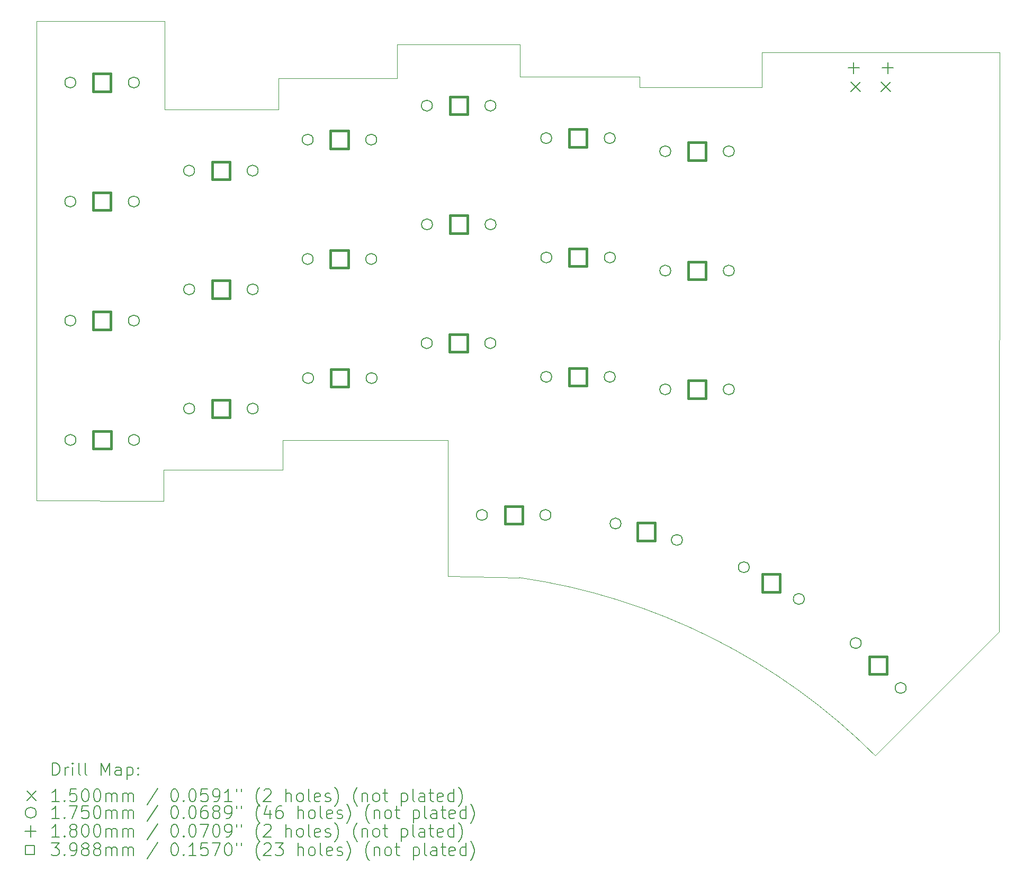
<source format=gbr>
%TF.GenerationSoftware,KiCad,Pcbnew,7.0.10-7.0.10~ubuntu23.10.1*%
%TF.CreationDate,2024-01-07T16:58:32-05:00*%
%TF.ProjectId,design,64657369-676e-42e6-9b69-6361645f7063,rev?*%
%TF.SameCoordinates,Original*%
%TF.FileFunction,Drillmap*%
%TF.FilePolarity,Positive*%
%FSLAX45Y45*%
G04 Gerber Fmt 4.5, Leading zero omitted, Abs format (unit mm)*
G04 Created by KiCad (PCBNEW 7.0.10-7.0.10~ubuntu23.10.1) date 2024-01-07 16:58:32*
%MOMM*%
%LPD*%
G01*
G04 APERTURE LIST*
%ADD10C,0.100000*%
%ADD11C,0.200000*%
%ADD12C,0.150000*%
%ADD13C,0.175000*%
%ADD14C,0.180000*%
%ADD15C,0.398780*%
G04 APERTURE END LIST*
D10*
X17320176Y-15739824D02*
X19300000Y-13760000D01*
X15510000Y-4490000D02*
X19310000Y-4490000D01*
X15510000Y-5050000D02*
X15510000Y-4490000D01*
X13550000Y-5050000D02*
X15510000Y-5050000D01*
X13550000Y-4880000D02*
X13550000Y-5050000D01*
X13550000Y-4880000D02*
X13540000Y-4880000D01*
X11640000Y-4880000D02*
X13540000Y-4880000D01*
X11640000Y-4360000D02*
X11640000Y-4880000D01*
X9680000Y-4360000D02*
X11640000Y-4360000D01*
X9680000Y-4900000D02*
X9680000Y-4360000D01*
X7780000Y-4900000D02*
X9680000Y-4900000D01*
X7780000Y-5400000D02*
X7780000Y-4900000D01*
X5960000Y-5400000D02*
X7780000Y-5400000D01*
X5960000Y-5120000D02*
X5960000Y-5400000D01*
X5960000Y-3990000D02*
X5960000Y-5120000D01*
X3910000Y-3990000D02*
X5960000Y-3990000D01*
X3910000Y-4070000D02*
X3910000Y-3990000D01*
X5940000Y-11670000D02*
X3910000Y-11660000D01*
X5940000Y-11170000D02*
X5940000Y-11670000D01*
X7850000Y-11170000D02*
X5940000Y-11170000D01*
X7850000Y-10690000D02*
X7850000Y-11170000D01*
X10490000Y-10690000D02*
X7850000Y-10690000D01*
X10490000Y-12870000D02*
X10490000Y-10690000D01*
X11634175Y-12893208D02*
X10490000Y-12870000D01*
X17320175Y-15739825D02*
G75*
G03*
X11634175Y-12893208I-7120175J-7120175D01*
G01*
X3910000Y-4070000D02*
X3910000Y-11660000D01*
X19300000Y-13760000D02*
X19310000Y-4490000D01*
D11*
D12*
X16932500Y-4963500D02*
X17082500Y-5113500D01*
X17082500Y-4963500D02*
X16932500Y-5113500D01*
X17417500Y-4963500D02*
X17567500Y-5113500D01*
X17567500Y-4963500D02*
X17417500Y-5113500D01*
D13*
X4537500Y-4970000D02*
G75*
G03*
X4362500Y-4970000I-87500J0D01*
G01*
X4362500Y-4970000D02*
G75*
G03*
X4537500Y-4970000I87500J0D01*
G01*
X4537500Y-6874000D02*
G75*
G03*
X4362500Y-6874000I-87500J0D01*
G01*
X4362500Y-6874000D02*
G75*
G03*
X4537500Y-6874000I87500J0D01*
G01*
X4537500Y-8780000D02*
G75*
G03*
X4362500Y-8780000I-87500J0D01*
G01*
X4362500Y-8780000D02*
G75*
G03*
X4537500Y-8780000I87500J0D01*
G01*
X4539500Y-10690000D02*
G75*
G03*
X4364500Y-10690000I-87500J0D01*
G01*
X4364500Y-10690000D02*
G75*
G03*
X4539500Y-10690000I87500J0D01*
G01*
X5553500Y-4970000D02*
G75*
G03*
X5378500Y-4970000I-87500J0D01*
G01*
X5378500Y-4970000D02*
G75*
G03*
X5553500Y-4970000I87500J0D01*
G01*
X5553500Y-6874000D02*
G75*
G03*
X5378500Y-6874000I-87500J0D01*
G01*
X5378500Y-6874000D02*
G75*
G03*
X5553500Y-6874000I87500J0D01*
G01*
X5553500Y-8780000D02*
G75*
G03*
X5378500Y-8780000I-87500J0D01*
G01*
X5378500Y-8780000D02*
G75*
G03*
X5553500Y-8780000I87500J0D01*
G01*
X5555500Y-10690000D02*
G75*
G03*
X5380500Y-10690000I-87500J0D01*
G01*
X5380500Y-10690000D02*
G75*
G03*
X5555500Y-10690000I87500J0D01*
G01*
X6437500Y-6380000D02*
G75*
G03*
X6262500Y-6380000I-87500J0D01*
G01*
X6262500Y-6380000D02*
G75*
G03*
X6437500Y-6380000I87500J0D01*
G01*
X6438500Y-8280000D02*
G75*
G03*
X6263500Y-8280000I-87500J0D01*
G01*
X6263500Y-8280000D02*
G75*
G03*
X6438500Y-8280000I87500J0D01*
G01*
X6438500Y-10188000D02*
G75*
G03*
X6263500Y-10188000I-87500J0D01*
G01*
X6263500Y-10188000D02*
G75*
G03*
X6438500Y-10188000I87500J0D01*
G01*
X7453500Y-6380000D02*
G75*
G03*
X7278500Y-6380000I-87500J0D01*
G01*
X7278500Y-6380000D02*
G75*
G03*
X7453500Y-6380000I87500J0D01*
G01*
X7454500Y-8280000D02*
G75*
G03*
X7279500Y-8280000I-87500J0D01*
G01*
X7279500Y-8280000D02*
G75*
G03*
X7454500Y-8280000I87500J0D01*
G01*
X7454500Y-10188000D02*
G75*
G03*
X7279500Y-10188000I-87500J0D01*
G01*
X7279500Y-10188000D02*
G75*
G03*
X7454500Y-10188000I87500J0D01*
G01*
X8333500Y-5884000D02*
G75*
G03*
X8158500Y-5884000I-87500J0D01*
G01*
X8158500Y-5884000D02*
G75*
G03*
X8333500Y-5884000I87500J0D01*
G01*
X8333500Y-7794000D02*
G75*
G03*
X8158500Y-7794000I-87500J0D01*
G01*
X8158500Y-7794000D02*
G75*
G03*
X8333500Y-7794000I87500J0D01*
G01*
X8339500Y-9700000D02*
G75*
G03*
X8164500Y-9700000I-87500J0D01*
G01*
X8164500Y-9700000D02*
G75*
G03*
X8339500Y-9700000I87500J0D01*
G01*
X9349500Y-5884000D02*
G75*
G03*
X9174500Y-5884000I-87500J0D01*
G01*
X9174500Y-5884000D02*
G75*
G03*
X9349500Y-5884000I87500J0D01*
G01*
X9349500Y-7794000D02*
G75*
G03*
X9174500Y-7794000I-87500J0D01*
G01*
X9174500Y-7794000D02*
G75*
G03*
X9349500Y-7794000I87500J0D01*
G01*
X9355500Y-9700000D02*
G75*
G03*
X9180500Y-9700000I-87500J0D01*
G01*
X9180500Y-9700000D02*
G75*
G03*
X9355500Y-9700000I87500J0D01*
G01*
X10237500Y-9140000D02*
G75*
G03*
X10062500Y-9140000I-87500J0D01*
G01*
X10062500Y-9140000D02*
G75*
G03*
X10237500Y-9140000I87500J0D01*
G01*
X10239500Y-5340000D02*
G75*
G03*
X10064500Y-5340000I-87500J0D01*
G01*
X10064500Y-5340000D02*
G75*
G03*
X10239500Y-5340000I87500J0D01*
G01*
X10241500Y-7240000D02*
G75*
G03*
X10066500Y-7240000I-87500J0D01*
G01*
X10066500Y-7240000D02*
G75*
G03*
X10241500Y-7240000I87500J0D01*
G01*
X11119500Y-11890000D02*
G75*
G03*
X10944500Y-11890000I-87500J0D01*
G01*
X10944500Y-11890000D02*
G75*
G03*
X11119500Y-11890000I87500J0D01*
G01*
X11253500Y-9140000D02*
G75*
G03*
X11078500Y-9140000I-87500J0D01*
G01*
X11078500Y-9140000D02*
G75*
G03*
X11253500Y-9140000I87500J0D01*
G01*
X11255500Y-5340000D02*
G75*
G03*
X11080500Y-5340000I-87500J0D01*
G01*
X11080500Y-5340000D02*
G75*
G03*
X11255500Y-5340000I87500J0D01*
G01*
X11257500Y-7240000D02*
G75*
G03*
X11082500Y-7240000I-87500J0D01*
G01*
X11082500Y-7240000D02*
G75*
G03*
X11257500Y-7240000I87500J0D01*
G01*
X12135500Y-11890000D02*
G75*
G03*
X11960500Y-11890000I-87500J0D01*
G01*
X11960500Y-11890000D02*
G75*
G03*
X12135500Y-11890000I87500J0D01*
G01*
X12147500Y-5860000D02*
G75*
G03*
X11972500Y-5860000I-87500J0D01*
G01*
X11972500Y-5860000D02*
G75*
G03*
X12147500Y-5860000I87500J0D01*
G01*
X12147500Y-9680000D02*
G75*
G03*
X11972500Y-9680000I-87500J0D01*
G01*
X11972500Y-9680000D02*
G75*
G03*
X12147500Y-9680000I87500J0D01*
G01*
X12149500Y-7770000D02*
G75*
G03*
X11974500Y-7770000I-87500J0D01*
G01*
X11974500Y-7770000D02*
G75*
G03*
X12149500Y-7770000I87500J0D01*
G01*
X13163500Y-5860000D02*
G75*
G03*
X12988500Y-5860000I-87500J0D01*
G01*
X12988500Y-5860000D02*
G75*
G03*
X13163500Y-5860000I87500J0D01*
G01*
X13163500Y-9680000D02*
G75*
G03*
X12988500Y-9680000I-87500J0D01*
G01*
X12988500Y-9680000D02*
G75*
G03*
X13163500Y-9680000I87500J0D01*
G01*
X13165500Y-7770000D02*
G75*
G03*
X12990500Y-7770000I-87500J0D01*
G01*
X12990500Y-7770000D02*
G75*
G03*
X13165500Y-7770000I87500J0D01*
G01*
X13256119Y-12027040D02*
G75*
G03*
X13081119Y-12027040I-87500J0D01*
G01*
X13081119Y-12027040D02*
G75*
G03*
X13256119Y-12027040I87500J0D01*
G01*
X14051500Y-6070000D02*
G75*
G03*
X13876500Y-6070000I-87500J0D01*
G01*
X13876500Y-6070000D02*
G75*
G03*
X14051500Y-6070000I87500J0D01*
G01*
X14051500Y-7980000D02*
G75*
G03*
X13876500Y-7980000I-87500J0D01*
G01*
X13876500Y-7980000D02*
G75*
G03*
X14051500Y-7980000I87500J0D01*
G01*
X14051500Y-9880000D02*
G75*
G03*
X13876500Y-9880000I-87500J0D01*
G01*
X13876500Y-9880000D02*
G75*
G03*
X14051500Y-9880000I87500J0D01*
G01*
X14237500Y-12290000D02*
G75*
G03*
X14062500Y-12290000I-87500J0D01*
G01*
X14062500Y-12290000D02*
G75*
G03*
X14237500Y-12290000I87500J0D01*
G01*
X15067500Y-6070000D02*
G75*
G03*
X14892500Y-6070000I-87500J0D01*
G01*
X14892500Y-6070000D02*
G75*
G03*
X15067500Y-6070000I87500J0D01*
G01*
X15067500Y-7980000D02*
G75*
G03*
X14892500Y-7980000I-87500J0D01*
G01*
X14892500Y-7980000D02*
G75*
G03*
X15067500Y-7980000I87500J0D01*
G01*
X15067500Y-9880000D02*
G75*
G03*
X14892500Y-9880000I-87500J0D01*
G01*
X14892500Y-9880000D02*
G75*
G03*
X15067500Y-9880000I87500J0D01*
G01*
X15307559Y-12726000D02*
G75*
G03*
X15132559Y-12726000I-87500J0D01*
G01*
X15132559Y-12726000D02*
G75*
G03*
X15307559Y-12726000I87500J0D01*
G01*
X16187441Y-13234000D02*
G75*
G03*
X16012441Y-13234000I-87500J0D01*
G01*
X16012441Y-13234000D02*
G75*
G03*
X16187441Y-13234000I87500J0D01*
G01*
X17097500Y-13940000D02*
G75*
G03*
X16922500Y-13940000I-87500J0D01*
G01*
X16922500Y-13940000D02*
G75*
G03*
X17097500Y-13940000I87500J0D01*
G01*
X17815920Y-14658420D02*
G75*
G03*
X17640920Y-14658420I-87500J0D01*
G01*
X17640920Y-14658420D02*
G75*
G03*
X17815920Y-14658420I87500J0D01*
G01*
D14*
X16977500Y-4645500D02*
X16977500Y-4825500D01*
X16887500Y-4735500D02*
X17067500Y-4735500D01*
X17522500Y-4645500D02*
X17522500Y-4825500D01*
X17432500Y-4735500D02*
X17612500Y-4735500D01*
D15*
X5098991Y-5110991D02*
X5098991Y-4829009D01*
X4817009Y-4829009D01*
X4817009Y-5110991D01*
X5098991Y-5110991D01*
X5098991Y-7014991D02*
X5098991Y-6733009D01*
X4817009Y-6733009D01*
X4817009Y-7014991D01*
X5098991Y-7014991D01*
X5098991Y-8920991D02*
X5098991Y-8639009D01*
X4817009Y-8639009D01*
X4817009Y-8920991D01*
X5098991Y-8920991D01*
X5100991Y-10830991D02*
X5100991Y-10549009D01*
X4819009Y-10549009D01*
X4819009Y-10830991D01*
X5100991Y-10830991D01*
X6998991Y-6520991D02*
X6998991Y-6239009D01*
X6717009Y-6239009D01*
X6717009Y-6520991D01*
X6998991Y-6520991D01*
X6999991Y-8420991D02*
X6999991Y-8139009D01*
X6718009Y-8139009D01*
X6718009Y-8420991D01*
X6999991Y-8420991D01*
X6999991Y-10328991D02*
X6999991Y-10047009D01*
X6718009Y-10047009D01*
X6718009Y-10328991D01*
X6999991Y-10328991D01*
X8894991Y-6024991D02*
X8894991Y-5743009D01*
X8613009Y-5743009D01*
X8613009Y-6024991D01*
X8894991Y-6024991D01*
X8894991Y-7934991D02*
X8894991Y-7653009D01*
X8613009Y-7653009D01*
X8613009Y-7934991D01*
X8894991Y-7934991D01*
X8900991Y-9840991D02*
X8900991Y-9559009D01*
X8619009Y-9559009D01*
X8619009Y-9840991D01*
X8900991Y-9840991D01*
X10798991Y-9280991D02*
X10798991Y-8999009D01*
X10517009Y-8999009D01*
X10517009Y-9280991D01*
X10798991Y-9280991D01*
X10800991Y-5480991D02*
X10800991Y-5199009D01*
X10519009Y-5199009D01*
X10519009Y-5480991D01*
X10800991Y-5480991D01*
X10802991Y-7380991D02*
X10802991Y-7099009D01*
X10521009Y-7099009D01*
X10521009Y-7380991D01*
X10802991Y-7380991D01*
X11680991Y-12030991D02*
X11680991Y-11749009D01*
X11399009Y-11749009D01*
X11399009Y-12030991D01*
X11680991Y-12030991D01*
X12708991Y-6000991D02*
X12708991Y-5719009D01*
X12427009Y-5719009D01*
X12427009Y-6000991D01*
X12708991Y-6000991D01*
X12708991Y-9820991D02*
X12708991Y-9539009D01*
X12427009Y-9539009D01*
X12427009Y-9820991D01*
X12708991Y-9820991D01*
X12710991Y-7910991D02*
X12710991Y-7629009D01*
X12429009Y-7629009D01*
X12429009Y-7910991D01*
X12710991Y-7910991D01*
X13800301Y-12299511D02*
X13800301Y-12017528D01*
X13518318Y-12017528D01*
X13518318Y-12299511D01*
X13800301Y-12299511D01*
X14612991Y-6210991D02*
X14612991Y-5929009D01*
X14331009Y-5929009D01*
X14331009Y-6210991D01*
X14612991Y-6210991D01*
X14612991Y-8120991D02*
X14612991Y-7839009D01*
X14331009Y-7839009D01*
X14331009Y-8120991D01*
X14612991Y-8120991D01*
X14612991Y-10020991D02*
X14612991Y-9739009D01*
X14331009Y-9739009D01*
X14331009Y-10020991D01*
X14612991Y-10020991D01*
X15800991Y-13120991D02*
X15800991Y-12839009D01*
X15519009Y-12839009D01*
X15519009Y-13120991D01*
X15800991Y-13120991D01*
X17510202Y-14440202D02*
X17510202Y-14158219D01*
X17228219Y-14158219D01*
X17228219Y-14440202D01*
X17510202Y-14440202D01*
D11*
X4165777Y-16056308D02*
X4165777Y-15856308D01*
X4165777Y-15856308D02*
X4213396Y-15856308D01*
X4213396Y-15856308D02*
X4241967Y-15865832D01*
X4241967Y-15865832D02*
X4261015Y-15884880D01*
X4261015Y-15884880D02*
X4270539Y-15903927D01*
X4270539Y-15903927D02*
X4280063Y-15942022D01*
X4280063Y-15942022D02*
X4280063Y-15970594D01*
X4280063Y-15970594D02*
X4270539Y-16008689D01*
X4270539Y-16008689D02*
X4261015Y-16027737D01*
X4261015Y-16027737D02*
X4241967Y-16046784D01*
X4241967Y-16046784D02*
X4213396Y-16056308D01*
X4213396Y-16056308D02*
X4165777Y-16056308D01*
X4365777Y-16056308D02*
X4365777Y-15922975D01*
X4365777Y-15961070D02*
X4375301Y-15942022D01*
X4375301Y-15942022D02*
X4384824Y-15932499D01*
X4384824Y-15932499D02*
X4403872Y-15922975D01*
X4403872Y-15922975D02*
X4422920Y-15922975D01*
X4489586Y-16056308D02*
X4489586Y-15922975D01*
X4489586Y-15856308D02*
X4480063Y-15865832D01*
X4480063Y-15865832D02*
X4489586Y-15875356D01*
X4489586Y-15875356D02*
X4499110Y-15865832D01*
X4499110Y-15865832D02*
X4489586Y-15856308D01*
X4489586Y-15856308D02*
X4489586Y-15875356D01*
X4613396Y-16056308D02*
X4594348Y-16046784D01*
X4594348Y-16046784D02*
X4584824Y-16027737D01*
X4584824Y-16027737D02*
X4584824Y-15856308D01*
X4718158Y-16056308D02*
X4699110Y-16046784D01*
X4699110Y-16046784D02*
X4689586Y-16027737D01*
X4689586Y-16027737D02*
X4689586Y-15856308D01*
X4946729Y-16056308D02*
X4946729Y-15856308D01*
X4946729Y-15856308D02*
X5013396Y-15999165D01*
X5013396Y-15999165D02*
X5080063Y-15856308D01*
X5080063Y-15856308D02*
X5080063Y-16056308D01*
X5261015Y-16056308D02*
X5261015Y-15951546D01*
X5261015Y-15951546D02*
X5251491Y-15932499D01*
X5251491Y-15932499D02*
X5232444Y-15922975D01*
X5232444Y-15922975D02*
X5194348Y-15922975D01*
X5194348Y-15922975D02*
X5175301Y-15932499D01*
X5261015Y-16046784D02*
X5241967Y-16056308D01*
X5241967Y-16056308D02*
X5194348Y-16056308D01*
X5194348Y-16056308D02*
X5175301Y-16046784D01*
X5175301Y-16046784D02*
X5165777Y-16027737D01*
X5165777Y-16027737D02*
X5165777Y-16008689D01*
X5165777Y-16008689D02*
X5175301Y-15989642D01*
X5175301Y-15989642D02*
X5194348Y-15980118D01*
X5194348Y-15980118D02*
X5241967Y-15980118D01*
X5241967Y-15980118D02*
X5261015Y-15970594D01*
X5356253Y-15922975D02*
X5356253Y-16122975D01*
X5356253Y-15932499D02*
X5375301Y-15922975D01*
X5375301Y-15922975D02*
X5413396Y-15922975D01*
X5413396Y-15922975D02*
X5432444Y-15932499D01*
X5432444Y-15932499D02*
X5441967Y-15942022D01*
X5441967Y-15942022D02*
X5451491Y-15961070D01*
X5451491Y-15961070D02*
X5451491Y-16018213D01*
X5451491Y-16018213D02*
X5441967Y-16037261D01*
X5441967Y-16037261D02*
X5432444Y-16046784D01*
X5432444Y-16046784D02*
X5413396Y-16056308D01*
X5413396Y-16056308D02*
X5375301Y-16056308D01*
X5375301Y-16056308D02*
X5356253Y-16046784D01*
X5537205Y-16037261D02*
X5546729Y-16046784D01*
X5546729Y-16046784D02*
X5537205Y-16056308D01*
X5537205Y-16056308D02*
X5527682Y-16046784D01*
X5527682Y-16046784D02*
X5537205Y-16037261D01*
X5537205Y-16037261D02*
X5537205Y-16056308D01*
X5537205Y-15932499D02*
X5546729Y-15942022D01*
X5546729Y-15942022D02*
X5537205Y-15951546D01*
X5537205Y-15951546D02*
X5527682Y-15942022D01*
X5527682Y-15942022D02*
X5537205Y-15932499D01*
X5537205Y-15932499D02*
X5537205Y-15951546D01*
D12*
X3755000Y-16309824D02*
X3905000Y-16459824D01*
X3905000Y-16309824D02*
X3755000Y-16459824D01*
D11*
X4270539Y-16476308D02*
X4156253Y-16476308D01*
X4213396Y-16476308D02*
X4213396Y-16276308D01*
X4213396Y-16276308D02*
X4194348Y-16304880D01*
X4194348Y-16304880D02*
X4175301Y-16323927D01*
X4175301Y-16323927D02*
X4156253Y-16333451D01*
X4356253Y-16457261D02*
X4365777Y-16466784D01*
X4365777Y-16466784D02*
X4356253Y-16476308D01*
X4356253Y-16476308D02*
X4346729Y-16466784D01*
X4346729Y-16466784D02*
X4356253Y-16457261D01*
X4356253Y-16457261D02*
X4356253Y-16476308D01*
X4546729Y-16276308D02*
X4451491Y-16276308D01*
X4451491Y-16276308D02*
X4441967Y-16371546D01*
X4441967Y-16371546D02*
X4451491Y-16362022D01*
X4451491Y-16362022D02*
X4470539Y-16352499D01*
X4470539Y-16352499D02*
X4518158Y-16352499D01*
X4518158Y-16352499D02*
X4537205Y-16362022D01*
X4537205Y-16362022D02*
X4546729Y-16371546D01*
X4546729Y-16371546D02*
X4556253Y-16390594D01*
X4556253Y-16390594D02*
X4556253Y-16438213D01*
X4556253Y-16438213D02*
X4546729Y-16457261D01*
X4546729Y-16457261D02*
X4537205Y-16466784D01*
X4537205Y-16466784D02*
X4518158Y-16476308D01*
X4518158Y-16476308D02*
X4470539Y-16476308D01*
X4470539Y-16476308D02*
X4451491Y-16466784D01*
X4451491Y-16466784D02*
X4441967Y-16457261D01*
X4680063Y-16276308D02*
X4699110Y-16276308D01*
X4699110Y-16276308D02*
X4718158Y-16285832D01*
X4718158Y-16285832D02*
X4727682Y-16295356D01*
X4727682Y-16295356D02*
X4737205Y-16314403D01*
X4737205Y-16314403D02*
X4746729Y-16352499D01*
X4746729Y-16352499D02*
X4746729Y-16400118D01*
X4746729Y-16400118D02*
X4737205Y-16438213D01*
X4737205Y-16438213D02*
X4727682Y-16457261D01*
X4727682Y-16457261D02*
X4718158Y-16466784D01*
X4718158Y-16466784D02*
X4699110Y-16476308D01*
X4699110Y-16476308D02*
X4680063Y-16476308D01*
X4680063Y-16476308D02*
X4661015Y-16466784D01*
X4661015Y-16466784D02*
X4651491Y-16457261D01*
X4651491Y-16457261D02*
X4641967Y-16438213D01*
X4641967Y-16438213D02*
X4632444Y-16400118D01*
X4632444Y-16400118D02*
X4632444Y-16352499D01*
X4632444Y-16352499D02*
X4641967Y-16314403D01*
X4641967Y-16314403D02*
X4651491Y-16295356D01*
X4651491Y-16295356D02*
X4661015Y-16285832D01*
X4661015Y-16285832D02*
X4680063Y-16276308D01*
X4870539Y-16276308D02*
X4889586Y-16276308D01*
X4889586Y-16276308D02*
X4908634Y-16285832D01*
X4908634Y-16285832D02*
X4918158Y-16295356D01*
X4918158Y-16295356D02*
X4927682Y-16314403D01*
X4927682Y-16314403D02*
X4937205Y-16352499D01*
X4937205Y-16352499D02*
X4937205Y-16400118D01*
X4937205Y-16400118D02*
X4927682Y-16438213D01*
X4927682Y-16438213D02*
X4918158Y-16457261D01*
X4918158Y-16457261D02*
X4908634Y-16466784D01*
X4908634Y-16466784D02*
X4889586Y-16476308D01*
X4889586Y-16476308D02*
X4870539Y-16476308D01*
X4870539Y-16476308D02*
X4851491Y-16466784D01*
X4851491Y-16466784D02*
X4841967Y-16457261D01*
X4841967Y-16457261D02*
X4832444Y-16438213D01*
X4832444Y-16438213D02*
X4822920Y-16400118D01*
X4822920Y-16400118D02*
X4822920Y-16352499D01*
X4822920Y-16352499D02*
X4832444Y-16314403D01*
X4832444Y-16314403D02*
X4841967Y-16295356D01*
X4841967Y-16295356D02*
X4851491Y-16285832D01*
X4851491Y-16285832D02*
X4870539Y-16276308D01*
X5022920Y-16476308D02*
X5022920Y-16342975D01*
X5022920Y-16362022D02*
X5032444Y-16352499D01*
X5032444Y-16352499D02*
X5051491Y-16342975D01*
X5051491Y-16342975D02*
X5080063Y-16342975D01*
X5080063Y-16342975D02*
X5099110Y-16352499D01*
X5099110Y-16352499D02*
X5108634Y-16371546D01*
X5108634Y-16371546D02*
X5108634Y-16476308D01*
X5108634Y-16371546D02*
X5118158Y-16352499D01*
X5118158Y-16352499D02*
X5137205Y-16342975D01*
X5137205Y-16342975D02*
X5165777Y-16342975D01*
X5165777Y-16342975D02*
X5184825Y-16352499D01*
X5184825Y-16352499D02*
X5194348Y-16371546D01*
X5194348Y-16371546D02*
X5194348Y-16476308D01*
X5289586Y-16476308D02*
X5289586Y-16342975D01*
X5289586Y-16362022D02*
X5299110Y-16352499D01*
X5299110Y-16352499D02*
X5318158Y-16342975D01*
X5318158Y-16342975D02*
X5346729Y-16342975D01*
X5346729Y-16342975D02*
X5365777Y-16352499D01*
X5365777Y-16352499D02*
X5375301Y-16371546D01*
X5375301Y-16371546D02*
X5375301Y-16476308D01*
X5375301Y-16371546D02*
X5384825Y-16352499D01*
X5384825Y-16352499D02*
X5403872Y-16342975D01*
X5403872Y-16342975D02*
X5432444Y-16342975D01*
X5432444Y-16342975D02*
X5451491Y-16352499D01*
X5451491Y-16352499D02*
X5461015Y-16371546D01*
X5461015Y-16371546D02*
X5461015Y-16476308D01*
X5851491Y-16266784D02*
X5680063Y-16523927D01*
X6108634Y-16276308D02*
X6127682Y-16276308D01*
X6127682Y-16276308D02*
X6146729Y-16285832D01*
X6146729Y-16285832D02*
X6156253Y-16295356D01*
X6156253Y-16295356D02*
X6165777Y-16314403D01*
X6165777Y-16314403D02*
X6175301Y-16352499D01*
X6175301Y-16352499D02*
X6175301Y-16400118D01*
X6175301Y-16400118D02*
X6165777Y-16438213D01*
X6165777Y-16438213D02*
X6156253Y-16457261D01*
X6156253Y-16457261D02*
X6146729Y-16466784D01*
X6146729Y-16466784D02*
X6127682Y-16476308D01*
X6127682Y-16476308D02*
X6108634Y-16476308D01*
X6108634Y-16476308D02*
X6089586Y-16466784D01*
X6089586Y-16466784D02*
X6080063Y-16457261D01*
X6080063Y-16457261D02*
X6070539Y-16438213D01*
X6070539Y-16438213D02*
X6061015Y-16400118D01*
X6061015Y-16400118D02*
X6061015Y-16352499D01*
X6061015Y-16352499D02*
X6070539Y-16314403D01*
X6070539Y-16314403D02*
X6080063Y-16295356D01*
X6080063Y-16295356D02*
X6089586Y-16285832D01*
X6089586Y-16285832D02*
X6108634Y-16276308D01*
X6261015Y-16457261D02*
X6270539Y-16466784D01*
X6270539Y-16466784D02*
X6261015Y-16476308D01*
X6261015Y-16476308D02*
X6251491Y-16466784D01*
X6251491Y-16466784D02*
X6261015Y-16457261D01*
X6261015Y-16457261D02*
X6261015Y-16476308D01*
X6394348Y-16276308D02*
X6413396Y-16276308D01*
X6413396Y-16276308D02*
X6432444Y-16285832D01*
X6432444Y-16285832D02*
X6441967Y-16295356D01*
X6441967Y-16295356D02*
X6451491Y-16314403D01*
X6451491Y-16314403D02*
X6461015Y-16352499D01*
X6461015Y-16352499D02*
X6461015Y-16400118D01*
X6461015Y-16400118D02*
X6451491Y-16438213D01*
X6451491Y-16438213D02*
X6441967Y-16457261D01*
X6441967Y-16457261D02*
X6432444Y-16466784D01*
X6432444Y-16466784D02*
X6413396Y-16476308D01*
X6413396Y-16476308D02*
X6394348Y-16476308D01*
X6394348Y-16476308D02*
X6375301Y-16466784D01*
X6375301Y-16466784D02*
X6365777Y-16457261D01*
X6365777Y-16457261D02*
X6356253Y-16438213D01*
X6356253Y-16438213D02*
X6346729Y-16400118D01*
X6346729Y-16400118D02*
X6346729Y-16352499D01*
X6346729Y-16352499D02*
X6356253Y-16314403D01*
X6356253Y-16314403D02*
X6365777Y-16295356D01*
X6365777Y-16295356D02*
X6375301Y-16285832D01*
X6375301Y-16285832D02*
X6394348Y-16276308D01*
X6641967Y-16276308D02*
X6546729Y-16276308D01*
X6546729Y-16276308D02*
X6537206Y-16371546D01*
X6537206Y-16371546D02*
X6546729Y-16362022D01*
X6546729Y-16362022D02*
X6565777Y-16352499D01*
X6565777Y-16352499D02*
X6613396Y-16352499D01*
X6613396Y-16352499D02*
X6632444Y-16362022D01*
X6632444Y-16362022D02*
X6641967Y-16371546D01*
X6641967Y-16371546D02*
X6651491Y-16390594D01*
X6651491Y-16390594D02*
X6651491Y-16438213D01*
X6651491Y-16438213D02*
X6641967Y-16457261D01*
X6641967Y-16457261D02*
X6632444Y-16466784D01*
X6632444Y-16466784D02*
X6613396Y-16476308D01*
X6613396Y-16476308D02*
X6565777Y-16476308D01*
X6565777Y-16476308D02*
X6546729Y-16466784D01*
X6546729Y-16466784D02*
X6537206Y-16457261D01*
X6746729Y-16476308D02*
X6784825Y-16476308D01*
X6784825Y-16476308D02*
X6803872Y-16466784D01*
X6803872Y-16466784D02*
X6813396Y-16457261D01*
X6813396Y-16457261D02*
X6832444Y-16428689D01*
X6832444Y-16428689D02*
X6841967Y-16390594D01*
X6841967Y-16390594D02*
X6841967Y-16314403D01*
X6841967Y-16314403D02*
X6832444Y-16295356D01*
X6832444Y-16295356D02*
X6822920Y-16285832D01*
X6822920Y-16285832D02*
X6803872Y-16276308D01*
X6803872Y-16276308D02*
X6765777Y-16276308D01*
X6765777Y-16276308D02*
X6746729Y-16285832D01*
X6746729Y-16285832D02*
X6737206Y-16295356D01*
X6737206Y-16295356D02*
X6727682Y-16314403D01*
X6727682Y-16314403D02*
X6727682Y-16362022D01*
X6727682Y-16362022D02*
X6737206Y-16381070D01*
X6737206Y-16381070D02*
X6746729Y-16390594D01*
X6746729Y-16390594D02*
X6765777Y-16400118D01*
X6765777Y-16400118D02*
X6803872Y-16400118D01*
X6803872Y-16400118D02*
X6822920Y-16390594D01*
X6822920Y-16390594D02*
X6832444Y-16381070D01*
X6832444Y-16381070D02*
X6841967Y-16362022D01*
X7032444Y-16476308D02*
X6918158Y-16476308D01*
X6975301Y-16476308D02*
X6975301Y-16276308D01*
X6975301Y-16276308D02*
X6956253Y-16304880D01*
X6956253Y-16304880D02*
X6937206Y-16323927D01*
X6937206Y-16323927D02*
X6918158Y-16333451D01*
X7108634Y-16276308D02*
X7108634Y-16314403D01*
X7184825Y-16276308D02*
X7184825Y-16314403D01*
X7480063Y-16552499D02*
X7470539Y-16542975D01*
X7470539Y-16542975D02*
X7451491Y-16514403D01*
X7451491Y-16514403D02*
X7441968Y-16495356D01*
X7441968Y-16495356D02*
X7432444Y-16466784D01*
X7432444Y-16466784D02*
X7422920Y-16419165D01*
X7422920Y-16419165D02*
X7422920Y-16381070D01*
X7422920Y-16381070D02*
X7432444Y-16333451D01*
X7432444Y-16333451D02*
X7441968Y-16304880D01*
X7441968Y-16304880D02*
X7451491Y-16285832D01*
X7451491Y-16285832D02*
X7470539Y-16257261D01*
X7470539Y-16257261D02*
X7480063Y-16247737D01*
X7546729Y-16295356D02*
X7556253Y-16285832D01*
X7556253Y-16285832D02*
X7575301Y-16276308D01*
X7575301Y-16276308D02*
X7622920Y-16276308D01*
X7622920Y-16276308D02*
X7641968Y-16285832D01*
X7641968Y-16285832D02*
X7651491Y-16295356D01*
X7651491Y-16295356D02*
X7661015Y-16314403D01*
X7661015Y-16314403D02*
X7661015Y-16333451D01*
X7661015Y-16333451D02*
X7651491Y-16362022D01*
X7651491Y-16362022D02*
X7537206Y-16476308D01*
X7537206Y-16476308D02*
X7661015Y-16476308D01*
X7899110Y-16476308D02*
X7899110Y-16276308D01*
X7984825Y-16476308D02*
X7984825Y-16371546D01*
X7984825Y-16371546D02*
X7975301Y-16352499D01*
X7975301Y-16352499D02*
X7956253Y-16342975D01*
X7956253Y-16342975D02*
X7927682Y-16342975D01*
X7927682Y-16342975D02*
X7908634Y-16352499D01*
X7908634Y-16352499D02*
X7899110Y-16362022D01*
X8108634Y-16476308D02*
X8089587Y-16466784D01*
X8089587Y-16466784D02*
X8080063Y-16457261D01*
X8080063Y-16457261D02*
X8070539Y-16438213D01*
X8070539Y-16438213D02*
X8070539Y-16381070D01*
X8070539Y-16381070D02*
X8080063Y-16362022D01*
X8080063Y-16362022D02*
X8089587Y-16352499D01*
X8089587Y-16352499D02*
X8108634Y-16342975D01*
X8108634Y-16342975D02*
X8137206Y-16342975D01*
X8137206Y-16342975D02*
X8156253Y-16352499D01*
X8156253Y-16352499D02*
X8165777Y-16362022D01*
X8165777Y-16362022D02*
X8175301Y-16381070D01*
X8175301Y-16381070D02*
X8175301Y-16438213D01*
X8175301Y-16438213D02*
X8165777Y-16457261D01*
X8165777Y-16457261D02*
X8156253Y-16466784D01*
X8156253Y-16466784D02*
X8137206Y-16476308D01*
X8137206Y-16476308D02*
X8108634Y-16476308D01*
X8289587Y-16476308D02*
X8270539Y-16466784D01*
X8270539Y-16466784D02*
X8261015Y-16447737D01*
X8261015Y-16447737D02*
X8261015Y-16276308D01*
X8441968Y-16466784D02*
X8422920Y-16476308D01*
X8422920Y-16476308D02*
X8384825Y-16476308D01*
X8384825Y-16476308D02*
X8365777Y-16466784D01*
X8365777Y-16466784D02*
X8356253Y-16447737D01*
X8356253Y-16447737D02*
X8356253Y-16371546D01*
X8356253Y-16371546D02*
X8365777Y-16352499D01*
X8365777Y-16352499D02*
X8384825Y-16342975D01*
X8384825Y-16342975D02*
X8422920Y-16342975D01*
X8422920Y-16342975D02*
X8441968Y-16352499D01*
X8441968Y-16352499D02*
X8451492Y-16371546D01*
X8451492Y-16371546D02*
X8451492Y-16390594D01*
X8451492Y-16390594D02*
X8356253Y-16409642D01*
X8527682Y-16466784D02*
X8546730Y-16476308D01*
X8546730Y-16476308D02*
X8584825Y-16476308D01*
X8584825Y-16476308D02*
X8603873Y-16466784D01*
X8603873Y-16466784D02*
X8613396Y-16447737D01*
X8613396Y-16447737D02*
X8613396Y-16438213D01*
X8613396Y-16438213D02*
X8603873Y-16419165D01*
X8603873Y-16419165D02*
X8584825Y-16409642D01*
X8584825Y-16409642D02*
X8556253Y-16409642D01*
X8556253Y-16409642D02*
X8537206Y-16400118D01*
X8537206Y-16400118D02*
X8527682Y-16381070D01*
X8527682Y-16381070D02*
X8527682Y-16371546D01*
X8527682Y-16371546D02*
X8537206Y-16352499D01*
X8537206Y-16352499D02*
X8556253Y-16342975D01*
X8556253Y-16342975D02*
X8584825Y-16342975D01*
X8584825Y-16342975D02*
X8603873Y-16352499D01*
X8680063Y-16552499D02*
X8689587Y-16542975D01*
X8689587Y-16542975D02*
X8708634Y-16514403D01*
X8708634Y-16514403D02*
X8718158Y-16495356D01*
X8718158Y-16495356D02*
X8727682Y-16466784D01*
X8727682Y-16466784D02*
X8737206Y-16419165D01*
X8737206Y-16419165D02*
X8737206Y-16381070D01*
X8737206Y-16381070D02*
X8727682Y-16333451D01*
X8727682Y-16333451D02*
X8718158Y-16304880D01*
X8718158Y-16304880D02*
X8708634Y-16285832D01*
X8708634Y-16285832D02*
X8689587Y-16257261D01*
X8689587Y-16257261D02*
X8680063Y-16247737D01*
X9041968Y-16552499D02*
X9032444Y-16542975D01*
X9032444Y-16542975D02*
X9013396Y-16514403D01*
X9013396Y-16514403D02*
X9003873Y-16495356D01*
X9003873Y-16495356D02*
X8994349Y-16466784D01*
X8994349Y-16466784D02*
X8984825Y-16419165D01*
X8984825Y-16419165D02*
X8984825Y-16381070D01*
X8984825Y-16381070D02*
X8994349Y-16333451D01*
X8994349Y-16333451D02*
X9003873Y-16304880D01*
X9003873Y-16304880D02*
X9013396Y-16285832D01*
X9013396Y-16285832D02*
X9032444Y-16257261D01*
X9032444Y-16257261D02*
X9041968Y-16247737D01*
X9118158Y-16342975D02*
X9118158Y-16476308D01*
X9118158Y-16362022D02*
X9127682Y-16352499D01*
X9127682Y-16352499D02*
X9146730Y-16342975D01*
X9146730Y-16342975D02*
X9175301Y-16342975D01*
X9175301Y-16342975D02*
X9194349Y-16352499D01*
X9194349Y-16352499D02*
X9203873Y-16371546D01*
X9203873Y-16371546D02*
X9203873Y-16476308D01*
X9327682Y-16476308D02*
X9308634Y-16466784D01*
X9308634Y-16466784D02*
X9299111Y-16457261D01*
X9299111Y-16457261D02*
X9289587Y-16438213D01*
X9289587Y-16438213D02*
X9289587Y-16381070D01*
X9289587Y-16381070D02*
X9299111Y-16362022D01*
X9299111Y-16362022D02*
X9308634Y-16352499D01*
X9308634Y-16352499D02*
X9327682Y-16342975D01*
X9327682Y-16342975D02*
X9356254Y-16342975D01*
X9356254Y-16342975D02*
X9375301Y-16352499D01*
X9375301Y-16352499D02*
X9384825Y-16362022D01*
X9384825Y-16362022D02*
X9394349Y-16381070D01*
X9394349Y-16381070D02*
X9394349Y-16438213D01*
X9394349Y-16438213D02*
X9384825Y-16457261D01*
X9384825Y-16457261D02*
X9375301Y-16466784D01*
X9375301Y-16466784D02*
X9356254Y-16476308D01*
X9356254Y-16476308D02*
X9327682Y-16476308D01*
X9451492Y-16342975D02*
X9527682Y-16342975D01*
X9480063Y-16276308D02*
X9480063Y-16447737D01*
X9480063Y-16447737D02*
X9489587Y-16466784D01*
X9489587Y-16466784D02*
X9508634Y-16476308D01*
X9508634Y-16476308D02*
X9527682Y-16476308D01*
X9746730Y-16342975D02*
X9746730Y-16542975D01*
X9746730Y-16352499D02*
X9765777Y-16342975D01*
X9765777Y-16342975D02*
X9803873Y-16342975D01*
X9803873Y-16342975D02*
X9822920Y-16352499D01*
X9822920Y-16352499D02*
X9832444Y-16362022D01*
X9832444Y-16362022D02*
X9841968Y-16381070D01*
X9841968Y-16381070D02*
X9841968Y-16438213D01*
X9841968Y-16438213D02*
X9832444Y-16457261D01*
X9832444Y-16457261D02*
X9822920Y-16466784D01*
X9822920Y-16466784D02*
X9803873Y-16476308D01*
X9803873Y-16476308D02*
X9765777Y-16476308D01*
X9765777Y-16476308D02*
X9746730Y-16466784D01*
X9956254Y-16476308D02*
X9937206Y-16466784D01*
X9937206Y-16466784D02*
X9927682Y-16447737D01*
X9927682Y-16447737D02*
X9927682Y-16276308D01*
X10118158Y-16476308D02*
X10118158Y-16371546D01*
X10118158Y-16371546D02*
X10108635Y-16352499D01*
X10108635Y-16352499D02*
X10089587Y-16342975D01*
X10089587Y-16342975D02*
X10051492Y-16342975D01*
X10051492Y-16342975D02*
X10032444Y-16352499D01*
X10118158Y-16466784D02*
X10099111Y-16476308D01*
X10099111Y-16476308D02*
X10051492Y-16476308D01*
X10051492Y-16476308D02*
X10032444Y-16466784D01*
X10032444Y-16466784D02*
X10022920Y-16447737D01*
X10022920Y-16447737D02*
X10022920Y-16428689D01*
X10022920Y-16428689D02*
X10032444Y-16409642D01*
X10032444Y-16409642D02*
X10051492Y-16400118D01*
X10051492Y-16400118D02*
X10099111Y-16400118D01*
X10099111Y-16400118D02*
X10118158Y-16390594D01*
X10184825Y-16342975D02*
X10261015Y-16342975D01*
X10213396Y-16276308D02*
X10213396Y-16447737D01*
X10213396Y-16447737D02*
X10222920Y-16466784D01*
X10222920Y-16466784D02*
X10241968Y-16476308D01*
X10241968Y-16476308D02*
X10261015Y-16476308D01*
X10403873Y-16466784D02*
X10384825Y-16476308D01*
X10384825Y-16476308D02*
X10346730Y-16476308D01*
X10346730Y-16476308D02*
X10327682Y-16466784D01*
X10327682Y-16466784D02*
X10318158Y-16447737D01*
X10318158Y-16447737D02*
X10318158Y-16371546D01*
X10318158Y-16371546D02*
X10327682Y-16352499D01*
X10327682Y-16352499D02*
X10346730Y-16342975D01*
X10346730Y-16342975D02*
X10384825Y-16342975D01*
X10384825Y-16342975D02*
X10403873Y-16352499D01*
X10403873Y-16352499D02*
X10413396Y-16371546D01*
X10413396Y-16371546D02*
X10413396Y-16390594D01*
X10413396Y-16390594D02*
X10318158Y-16409642D01*
X10584825Y-16476308D02*
X10584825Y-16276308D01*
X10584825Y-16466784D02*
X10565777Y-16476308D01*
X10565777Y-16476308D02*
X10527682Y-16476308D01*
X10527682Y-16476308D02*
X10508635Y-16466784D01*
X10508635Y-16466784D02*
X10499111Y-16457261D01*
X10499111Y-16457261D02*
X10489587Y-16438213D01*
X10489587Y-16438213D02*
X10489587Y-16381070D01*
X10489587Y-16381070D02*
X10499111Y-16362022D01*
X10499111Y-16362022D02*
X10508635Y-16352499D01*
X10508635Y-16352499D02*
X10527682Y-16342975D01*
X10527682Y-16342975D02*
X10565777Y-16342975D01*
X10565777Y-16342975D02*
X10584825Y-16352499D01*
X10661016Y-16552499D02*
X10670539Y-16542975D01*
X10670539Y-16542975D02*
X10689587Y-16514403D01*
X10689587Y-16514403D02*
X10699111Y-16495356D01*
X10699111Y-16495356D02*
X10708635Y-16466784D01*
X10708635Y-16466784D02*
X10718158Y-16419165D01*
X10718158Y-16419165D02*
X10718158Y-16381070D01*
X10718158Y-16381070D02*
X10708635Y-16333451D01*
X10708635Y-16333451D02*
X10699111Y-16304880D01*
X10699111Y-16304880D02*
X10689587Y-16285832D01*
X10689587Y-16285832D02*
X10670539Y-16257261D01*
X10670539Y-16257261D02*
X10661016Y-16247737D01*
D13*
X3905000Y-16654824D02*
G75*
G03*
X3730000Y-16654824I-87500J0D01*
G01*
X3730000Y-16654824D02*
G75*
G03*
X3905000Y-16654824I87500J0D01*
G01*
D11*
X4270539Y-16746308D02*
X4156253Y-16746308D01*
X4213396Y-16746308D02*
X4213396Y-16546308D01*
X4213396Y-16546308D02*
X4194348Y-16574880D01*
X4194348Y-16574880D02*
X4175301Y-16593927D01*
X4175301Y-16593927D02*
X4156253Y-16603451D01*
X4356253Y-16727261D02*
X4365777Y-16736784D01*
X4365777Y-16736784D02*
X4356253Y-16746308D01*
X4356253Y-16746308D02*
X4346729Y-16736784D01*
X4346729Y-16736784D02*
X4356253Y-16727261D01*
X4356253Y-16727261D02*
X4356253Y-16746308D01*
X4432444Y-16546308D02*
X4565777Y-16546308D01*
X4565777Y-16546308D02*
X4480063Y-16746308D01*
X4737205Y-16546308D02*
X4641967Y-16546308D01*
X4641967Y-16546308D02*
X4632444Y-16641546D01*
X4632444Y-16641546D02*
X4641967Y-16632022D01*
X4641967Y-16632022D02*
X4661015Y-16622499D01*
X4661015Y-16622499D02*
X4708634Y-16622499D01*
X4708634Y-16622499D02*
X4727682Y-16632022D01*
X4727682Y-16632022D02*
X4737205Y-16641546D01*
X4737205Y-16641546D02*
X4746729Y-16660594D01*
X4746729Y-16660594D02*
X4746729Y-16708213D01*
X4746729Y-16708213D02*
X4737205Y-16727261D01*
X4737205Y-16727261D02*
X4727682Y-16736784D01*
X4727682Y-16736784D02*
X4708634Y-16746308D01*
X4708634Y-16746308D02*
X4661015Y-16746308D01*
X4661015Y-16746308D02*
X4641967Y-16736784D01*
X4641967Y-16736784D02*
X4632444Y-16727261D01*
X4870539Y-16546308D02*
X4889586Y-16546308D01*
X4889586Y-16546308D02*
X4908634Y-16555832D01*
X4908634Y-16555832D02*
X4918158Y-16565356D01*
X4918158Y-16565356D02*
X4927682Y-16584403D01*
X4927682Y-16584403D02*
X4937205Y-16622499D01*
X4937205Y-16622499D02*
X4937205Y-16670118D01*
X4937205Y-16670118D02*
X4927682Y-16708213D01*
X4927682Y-16708213D02*
X4918158Y-16727261D01*
X4918158Y-16727261D02*
X4908634Y-16736784D01*
X4908634Y-16736784D02*
X4889586Y-16746308D01*
X4889586Y-16746308D02*
X4870539Y-16746308D01*
X4870539Y-16746308D02*
X4851491Y-16736784D01*
X4851491Y-16736784D02*
X4841967Y-16727261D01*
X4841967Y-16727261D02*
X4832444Y-16708213D01*
X4832444Y-16708213D02*
X4822920Y-16670118D01*
X4822920Y-16670118D02*
X4822920Y-16622499D01*
X4822920Y-16622499D02*
X4832444Y-16584403D01*
X4832444Y-16584403D02*
X4841967Y-16565356D01*
X4841967Y-16565356D02*
X4851491Y-16555832D01*
X4851491Y-16555832D02*
X4870539Y-16546308D01*
X5022920Y-16746308D02*
X5022920Y-16612975D01*
X5022920Y-16632022D02*
X5032444Y-16622499D01*
X5032444Y-16622499D02*
X5051491Y-16612975D01*
X5051491Y-16612975D02*
X5080063Y-16612975D01*
X5080063Y-16612975D02*
X5099110Y-16622499D01*
X5099110Y-16622499D02*
X5108634Y-16641546D01*
X5108634Y-16641546D02*
X5108634Y-16746308D01*
X5108634Y-16641546D02*
X5118158Y-16622499D01*
X5118158Y-16622499D02*
X5137205Y-16612975D01*
X5137205Y-16612975D02*
X5165777Y-16612975D01*
X5165777Y-16612975D02*
X5184825Y-16622499D01*
X5184825Y-16622499D02*
X5194348Y-16641546D01*
X5194348Y-16641546D02*
X5194348Y-16746308D01*
X5289586Y-16746308D02*
X5289586Y-16612975D01*
X5289586Y-16632022D02*
X5299110Y-16622499D01*
X5299110Y-16622499D02*
X5318158Y-16612975D01*
X5318158Y-16612975D02*
X5346729Y-16612975D01*
X5346729Y-16612975D02*
X5365777Y-16622499D01*
X5365777Y-16622499D02*
X5375301Y-16641546D01*
X5375301Y-16641546D02*
X5375301Y-16746308D01*
X5375301Y-16641546D02*
X5384825Y-16622499D01*
X5384825Y-16622499D02*
X5403872Y-16612975D01*
X5403872Y-16612975D02*
X5432444Y-16612975D01*
X5432444Y-16612975D02*
X5451491Y-16622499D01*
X5451491Y-16622499D02*
X5461015Y-16641546D01*
X5461015Y-16641546D02*
X5461015Y-16746308D01*
X5851491Y-16536784D02*
X5680063Y-16793927D01*
X6108634Y-16546308D02*
X6127682Y-16546308D01*
X6127682Y-16546308D02*
X6146729Y-16555832D01*
X6146729Y-16555832D02*
X6156253Y-16565356D01*
X6156253Y-16565356D02*
X6165777Y-16584403D01*
X6165777Y-16584403D02*
X6175301Y-16622499D01*
X6175301Y-16622499D02*
X6175301Y-16670118D01*
X6175301Y-16670118D02*
X6165777Y-16708213D01*
X6165777Y-16708213D02*
X6156253Y-16727261D01*
X6156253Y-16727261D02*
X6146729Y-16736784D01*
X6146729Y-16736784D02*
X6127682Y-16746308D01*
X6127682Y-16746308D02*
X6108634Y-16746308D01*
X6108634Y-16746308D02*
X6089586Y-16736784D01*
X6089586Y-16736784D02*
X6080063Y-16727261D01*
X6080063Y-16727261D02*
X6070539Y-16708213D01*
X6070539Y-16708213D02*
X6061015Y-16670118D01*
X6061015Y-16670118D02*
X6061015Y-16622499D01*
X6061015Y-16622499D02*
X6070539Y-16584403D01*
X6070539Y-16584403D02*
X6080063Y-16565356D01*
X6080063Y-16565356D02*
X6089586Y-16555832D01*
X6089586Y-16555832D02*
X6108634Y-16546308D01*
X6261015Y-16727261D02*
X6270539Y-16736784D01*
X6270539Y-16736784D02*
X6261015Y-16746308D01*
X6261015Y-16746308D02*
X6251491Y-16736784D01*
X6251491Y-16736784D02*
X6261015Y-16727261D01*
X6261015Y-16727261D02*
X6261015Y-16746308D01*
X6394348Y-16546308D02*
X6413396Y-16546308D01*
X6413396Y-16546308D02*
X6432444Y-16555832D01*
X6432444Y-16555832D02*
X6441967Y-16565356D01*
X6441967Y-16565356D02*
X6451491Y-16584403D01*
X6451491Y-16584403D02*
X6461015Y-16622499D01*
X6461015Y-16622499D02*
X6461015Y-16670118D01*
X6461015Y-16670118D02*
X6451491Y-16708213D01*
X6451491Y-16708213D02*
X6441967Y-16727261D01*
X6441967Y-16727261D02*
X6432444Y-16736784D01*
X6432444Y-16736784D02*
X6413396Y-16746308D01*
X6413396Y-16746308D02*
X6394348Y-16746308D01*
X6394348Y-16746308D02*
X6375301Y-16736784D01*
X6375301Y-16736784D02*
X6365777Y-16727261D01*
X6365777Y-16727261D02*
X6356253Y-16708213D01*
X6356253Y-16708213D02*
X6346729Y-16670118D01*
X6346729Y-16670118D02*
X6346729Y-16622499D01*
X6346729Y-16622499D02*
X6356253Y-16584403D01*
X6356253Y-16584403D02*
X6365777Y-16565356D01*
X6365777Y-16565356D02*
X6375301Y-16555832D01*
X6375301Y-16555832D02*
X6394348Y-16546308D01*
X6632444Y-16546308D02*
X6594348Y-16546308D01*
X6594348Y-16546308D02*
X6575301Y-16555832D01*
X6575301Y-16555832D02*
X6565777Y-16565356D01*
X6565777Y-16565356D02*
X6546729Y-16593927D01*
X6546729Y-16593927D02*
X6537206Y-16632022D01*
X6537206Y-16632022D02*
X6537206Y-16708213D01*
X6537206Y-16708213D02*
X6546729Y-16727261D01*
X6546729Y-16727261D02*
X6556253Y-16736784D01*
X6556253Y-16736784D02*
X6575301Y-16746308D01*
X6575301Y-16746308D02*
X6613396Y-16746308D01*
X6613396Y-16746308D02*
X6632444Y-16736784D01*
X6632444Y-16736784D02*
X6641967Y-16727261D01*
X6641967Y-16727261D02*
X6651491Y-16708213D01*
X6651491Y-16708213D02*
X6651491Y-16660594D01*
X6651491Y-16660594D02*
X6641967Y-16641546D01*
X6641967Y-16641546D02*
X6632444Y-16632022D01*
X6632444Y-16632022D02*
X6613396Y-16622499D01*
X6613396Y-16622499D02*
X6575301Y-16622499D01*
X6575301Y-16622499D02*
X6556253Y-16632022D01*
X6556253Y-16632022D02*
X6546729Y-16641546D01*
X6546729Y-16641546D02*
X6537206Y-16660594D01*
X6765777Y-16632022D02*
X6746729Y-16622499D01*
X6746729Y-16622499D02*
X6737206Y-16612975D01*
X6737206Y-16612975D02*
X6727682Y-16593927D01*
X6727682Y-16593927D02*
X6727682Y-16584403D01*
X6727682Y-16584403D02*
X6737206Y-16565356D01*
X6737206Y-16565356D02*
X6746729Y-16555832D01*
X6746729Y-16555832D02*
X6765777Y-16546308D01*
X6765777Y-16546308D02*
X6803872Y-16546308D01*
X6803872Y-16546308D02*
X6822920Y-16555832D01*
X6822920Y-16555832D02*
X6832444Y-16565356D01*
X6832444Y-16565356D02*
X6841967Y-16584403D01*
X6841967Y-16584403D02*
X6841967Y-16593927D01*
X6841967Y-16593927D02*
X6832444Y-16612975D01*
X6832444Y-16612975D02*
X6822920Y-16622499D01*
X6822920Y-16622499D02*
X6803872Y-16632022D01*
X6803872Y-16632022D02*
X6765777Y-16632022D01*
X6765777Y-16632022D02*
X6746729Y-16641546D01*
X6746729Y-16641546D02*
X6737206Y-16651070D01*
X6737206Y-16651070D02*
X6727682Y-16670118D01*
X6727682Y-16670118D02*
X6727682Y-16708213D01*
X6727682Y-16708213D02*
X6737206Y-16727261D01*
X6737206Y-16727261D02*
X6746729Y-16736784D01*
X6746729Y-16736784D02*
X6765777Y-16746308D01*
X6765777Y-16746308D02*
X6803872Y-16746308D01*
X6803872Y-16746308D02*
X6822920Y-16736784D01*
X6822920Y-16736784D02*
X6832444Y-16727261D01*
X6832444Y-16727261D02*
X6841967Y-16708213D01*
X6841967Y-16708213D02*
X6841967Y-16670118D01*
X6841967Y-16670118D02*
X6832444Y-16651070D01*
X6832444Y-16651070D02*
X6822920Y-16641546D01*
X6822920Y-16641546D02*
X6803872Y-16632022D01*
X6937206Y-16746308D02*
X6975301Y-16746308D01*
X6975301Y-16746308D02*
X6994348Y-16736784D01*
X6994348Y-16736784D02*
X7003872Y-16727261D01*
X7003872Y-16727261D02*
X7022920Y-16698689D01*
X7022920Y-16698689D02*
X7032444Y-16660594D01*
X7032444Y-16660594D02*
X7032444Y-16584403D01*
X7032444Y-16584403D02*
X7022920Y-16565356D01*
X7022920Y-16565356D02*
X7013396Y-16555832D01*
X7013396Y-16555832D02*
X6994348Y-16546308D01*
X6994348Y-16546308D02*
X6956253Y-16546308D01*
X6956253Y-16546308D02*
X6937206Y-16555832D01*
X6937206Y-16555832D02*
X6927682Y-16565356D01*
X6927682Y-16565356D02*
X6918158Y-16584403D01*
X6918158Y-16584403D02*
X6918158Y-16632022D01*
X6918158Y-16632022D02*
X6927682Y-16651070D01*
X6927682Y-16651070D02*
X6937206Y-16660594D01*
X6937206Y-16660594D02*
X6956253Y-16670118D01*
X6956253Y-16670118D02*
X6994348Y-16670118D01*
X6994348Y-16670118D02*
X7013396Y-16660594D01*
X7013396Y-16660594D02*
X7022920Y-16651070D01*
X7022920Y-16651070D02*
X7032444Y-16632022D01*
X7108634Y-16546308D02*
X7108634Y-16584403D01*
X7184825Y-16546308D02*
X7184825Y-16584403D01*
X7480063Y-16822499D02*
X7470539Y-16812975D01*
X7470539Y-16812975D02*
X7451491Y-16784404D01*
X7451491Y-16784404D02*
X7441968Y-16765356D01*
X7441968Y-16765356D02*
X7432444Y-16736784D01*
X7432444Y-16736784D02*
X7422920Y-16689165D01*
X7422920Y-16689165D02*
X7422920Y-16651070D01*
X7422920Y-16651070D02*
X7432444Y-16603451D01*
X7432444Y-16603451D02*
X7441968Y-16574880D01*
X7441968Y-16574880D02*
X7451491Y-16555832D01*
X7451491Y-16555832D02*
X7470539Y-16527261D01*
X7470539Y-16527261D02*
X7480063Y-16517737D01*
X7641968Y-16612975D02*
X7641968Y-16746308D01*
X7594348Y-16536784D02*
X7546729Y-16679642D01*
X7546729Y-16679642D02*
X7670539Y-16679642D01*
X7832444Y-16546308D02*
X7794348Y-16546308D01*
X7794348Y-16546308D02*
X7775301Y-16555832D01*
X7775301Y-16555832D02*
X7765777Y-16565356D01*
X7765777Y-16565356D02*
X7746729Y-16593927D01*
X7746729Y-16593927D02*
X7737206Y-16632022D01*
X7737206Y-16632022D02*
X7737206Y-16708213D01*
X7737206Y-16708213D02*
X7746729Y-16727261D01*
X7746729Y-16727261D02*
X7756253Y-16736784D01*
X7756253Y-16736784D02*
X7775301Y-16746308D01*
X7775301Y-16746308D02*
X7813396Y-16746308D01*
X7813396Y-16746308D02*
X7832444Y-16736784D01*
X7832444Y-16736784D02*
X7841968Y-16727261D01*
X7841968Y-16727261D02*
X7851491Y-16708213D01*
X7851491Y-16708213D02*
X7851491Y-16660594D01*
X7851491Y-16660594D02*
X7841968Y-16641546D01*
X7841968Y-16641546D02*
X7832444Y-16632022D01*
X7832444Y-16632022D02*
X7813396Y-16622499D01*
X7813396Y-16622499D02*
X7775301Y-16622499D01*
X7775301Y-16622499D02*
X7756253Y-16632022D01*
X7756253Y-16632022D02*
X7746729Y-16641546D01*
X7746729Y-16641546D02*
X7737206Y-16660594D01*
X8089587Y-16746308D02*
X8089587Y-16546308D01*
X8175301Y-16746308D02*
X8175301Y-16641546D01*
X8175301Y-16641546D02*
X8165777Y-16622499D01*
X8165777Y-16622499D02*
X8146730Y-16612975D01*
X8146730Y-16612975D02*
X8118158Y-16612975D01*
X8118158Y-16612975D02*
X8099110Y-16622499D01*
X8099110Y-16622499D02*
X8089587Y-16632022D01*
X8299110Y-16746308D02*
X8280063Y-16736784D01*
X8280063Y-16736784D02*
X8270539Y-16727261D01*
X8270539Y-16727261D02*
X8261015Y-16708213D01*
X8261015Y-16708213D02*
X8261015Y-16651070D01*
X8261015Y-16651070D02*
X8270539Y-16632022D01*
X8270539Y-16632022D02*
X8280063Y-16622499D01*
X8280063Y-16622499D02*
X8299110Y-16612975D01*
X8299110Y-16612975D02*
X8327682Y-16612975D01*
X8327682Y-16612975D02*
X8346730Y-16622499D01*
X8346730Y-16622499D02*
X8356253Y-16632022D01*
X8356253Y-16632022D02*
X8365777Y-16651070D01*
X8365777Y-16651070D02*
X8365777Y-16708213D01*
X8365777Y-16708213D02*
X8356253Y-16727261D01*
X8356253Y-16727261D02*
X8346730Y-16736784D01*
X8346730Y-16736784D02*
X8327682Y-16746308D01*
X8327682Y-16746308D02*
X8299110Y-16746308D01*
X8480063Y-16746308D02*
X8461015Y-16736784D01*
X8461015Y-16736784D02*
X8451492Y-16717737D01*
X8451492Y-16717737D02*
X8451492Y-16546308D01*
X8632444Y-16736784D02*
X8613396Y-16746308D01*
X8613396Y-16746308D02*
X8575301Y-16746308D01*
X8575301Y-16746308D02*
X8556253Y-16736784D01*
X8556253Y-16736784D02*
X8546730Y-16717737D01*
X8546730Y-16717737D02*
X8546730Y-16641546D01*
X8546730Y-16641546D02*
X8556253Y-16622499D01*
X8556253Y-16622499D02*
X8575301Y-16612975D01*
X8575301Y-16612975D02*
X8613396Y-16612975D01*
X8613396Y-16612975D02*
X8632444Y-16622499D01*
X8632444Y-16622499D02*
X8641968Y-16641546D01*
X8641968Y-16641546D02*
X8641968Y-16660594D01*
X8641968Y-16660594D02*
X8546730Y-16679642D01*
X8718158Y-16736784D02*
X8737206Y-16746308D01*
X8737206Y-16746308D02*
X8775301Y-16746308D01*
X8775301Y-16746308D02*
X8794349Y-16736784D01*
X8794349Y-16736784D02*
X8803873Y-16717737D01*
X8803873Y-16717737D02*
X8803873Y-16708213D01*
X8803873Y-16708213D02*
X8794349Y-16689165D01*
X8794349Y-16689165D02*
X8775301Y-16679642D01*
X8775301Y-16679642D02*
X8746730Y-16679642D01*
X8746730Y-16679642D02*
X8727682Y-16670118D01*
X8727682Y-16670118D02*
X8718158Y-16651070D01*
X8718158Y-16651070D02*
X8718158Y-16641546D01*
X8718158Y-16641546D02*
X8727682Y-16622499D01*
X8727682Y-16622499D02*
X8746730Y-16612975D01*
X8746730Y-16612975D02*
X8775301Y-16612975D01*
X8775301Y-16612975D02*
X8794349Y-16622499D01*
X8870539Y-16822499D02*
X8880063Y-16812975D01*
X8880063Y-16812975D02*
X8899111Y-16784404D01*
X8899111Y-16784404D02*
X8908634Y-16765356D01*
X8908634Y-16765356D02*
X8918158Y-16736784D01*
X8918158Y-16736784D02*
X8927682Y-16689165D01*
X8927682Y-16689165D02*
X8927682Y-16651070D01*
X8927682Y-16651070D02*
X8918158Y-16603451D01*
X8918158Y-16603451D02*
X8908634Y-16574880D01*
X8908634Y-16574880D02*
X8899111Y-16555832D01*
X8899111Y-16555832D02*
X8880063Y-16527261D01*
X8880063Y-16527261D02*
X8870539Y-16517737D01*
X9232444Y-16822499D02*
X9222920Y-16812975D01*
X9222920Y-16812975D02*
X9203873Y-16784404D01*
X9203873Y-16784404D02*
X9194349Y-16765356D01*
X9194349Y-16765356D02*
X9184825Y-16736784D01*
X9184825Y-16736784D02*
X9175301Y-16689165D01*
X9175301Y-16689165D02*
X9175301Y-16651070D01*
X9175301Y-16651070D02*
X9184825Y-16603451D01*
X9184825Y-16603451D02*
X9194349Y-16574880D01*
X9194349Y-16574880D02*
X9203873Y-16555832D01*
X9203873Y-16555832D02*
X9222920Y-16527261D01*
X9222920Y-16527261D02*
X9232444Y-16517737D01*
X9308634Y-16612975D02*
X9308634Y-16746308D01*
X9308634Y-16632022D02*
X9318158Y-16622499D01*
X9318158Y-16622499D02*
X9337206Y-16612975D01*
X9337206Y-16612975D02*
X9365777Y-16612975D01*
X9365777Y-16612975D02*
X9384825Y-16622499D01*
X9384825Y-16622499D02*
X9394349Y-16641546D01*
X9394349Y-16641546D02*
X9394349Y-16746308D01*
X9518158Y-16746308D02*
X9499111Y-16736784D01*
X9499111Y-16736784D02*
X9489587Y-16727261D01*
X9489587Y-16727261D02*
X9480063Y-16708213D01*
X9480063Y-16708213D02*
X9480063Y-16651070D01*
X9480063Y-16651070D02*
X9489587Y-16632022D01*
X9489587Y-16632022D02*
X9499111Y-16622499D01*
X9499111Y-16622499D02*
X9518158Y-16612975D01*
X9518158Y-16612975D02*
X9546730Y-16612975D01*
X9546730Y-16612975D02*
X9565777Y-16622499D01*
X9565777Y-16622499D02*
X9575301Y-16632022D01*
X9575301Y-16632022D02*
X9584825Y-16651070D01*
X9584825Y-16651070D02*
X9584825Y-16708213D01*
X9584825Y-16708213D02*
X9575301Y-16727261D01*
X9575301Y-16727261D02*
X9565777Y-16736784D01*
X9565777Y-16736784D02*
X9546730Y-16746308D01*
X9546730Y-16746308D02*
X9518158Y-16746308D01*
X9641968Y-16612975D02*
X9718158Y-16612975D01*
X9670539Y-16546308D02*
X9670539Y-16717737D01*
X9670539Y-16717737D02*
X9680063Y-16736784D01*
X9680063Y-16736784D02*
X9699111Y-16746308D01*
X9699111Y-16746308D02*
X9718158Y-16746308D01*
X9937206Y-16612975D02*
X9937206Y-16812975D01*
X9937206Y-16622499D02*
X9956254Y-16612975D01*
X9956254Y-16612975D02*
X9994349Y-16612975D01*
X9994349Y-16612975D02*
X10013396Y-16622499D01*
X10013396Y-16622499D02*
X10022920Y-16632022D01*
X10022920Y-16632022D02*
X10032444Y-16651070D01*
X10032444Y-16651070D02*
X10032444Y-16708213D01*
X10032444Y-16708213D02*
X10022920Y-16727261D01*
X10022920Y-16727261D02*
X10013396Y-16736784D01*
X10013396Y-16736784D02*
X9994349Y-16746308D01*
X9994349Y-16746308D02*
X9956254Y-16746308D01*
X9956254Y-16746308D02*
X9937206Y-16736784D01*
X10146730Y-16746308D02*
X10127682Y-16736784D01*
X10127682Y-16736784D02*
X10118158Y-16717737D01*
X10118158Y-16717737D02*
X10118158Y-16546308D01*
X10308635Y-16746308D02*
X10308635Y-16641546D01*
X10308635Y-16641546D02*
X10299111Y-16622499D01*
X10299111Y-16622499D02*
X10280063Y-16612975D01*
X10280063Y-16612975D02*
X10241968Y-16612975D01*
X10241968Y-16612975D02*
X10222920Y-16622499D01*
X10308635Y-16736784D02*
X10289587Y-16746308D01*
X10289587Y-16746308D02*
X10241968Y-16746308D01*
X10241968Y-16746308D02*
X10222920Y-16736784D01*
X10222920Y-16736784D02*
X10213396Y-16717737D01*
X10213396Y-16717737D02*
X10213396Y-16698689D01*
X10213396Y-16698689D02*
X10222920Y-16679642D01*
X10222920Y-16679642D02*
X10241968Y-16670118D01*
X10241968Y-16670118D02*
X10289587Y-16670118D01*
X10289587Y-16670118D02*
X10308635Y-16660594D01*
X10375301Y-16612975D02*
X10451492Y-16612975D01*
X10403873Y-16546308D02*
X10403873Y-16717737D01*
X10403873Y-16717737D02*
X10413396Y-16736784D01*
X10413396Y-16736784D02*
X10432444Y-16746308D01*
X10432444Y-16746308D02*
X10451492Y-16746308D01*
X10594349Y-16736784D02*
X10575301Y-16746308D01*
X10575301Y-16746308D02*
X10537206Y-16746308D01*
X10537206Y-16746308D02*
X10518158Y-16736784D01*
X10518158Y-16736784D02*
X10508635Y-16717737D01*
X10508635Y-16717737D02*
X10508635Y-16641546D01*
X10508635Y-16641546D02*
X10518158Y-16622499D01*
X10518158Y-16622499D02*
X10537206Y-16612975D01*
X10537206Y-16612975D02*
X10575301Y-16612975D01*
X10575301Y-16612975D02*
X10594349Y-16622499D01*
X10594349Y-16622499D02*
X10603873Y-16641546D01*
X10603873Y-16641546D02*
X10603873Y-16660594D01*
X10603873Y-16660594D02*
X10508635Y-16679642D01*
X10775301Y-16746308D02*
X10775301Y-16546308D01*
X10775301Y-16736784D02*
X10756254Y-16746308D01*
X10756254Y-16746308D02*
X10718158Y-16746308D01*
X10718158Y-16746308D02*
X10699111Y-16736784D01*
X10699111Y-16736784D02*
X10689587Y-16727261D01*
X10689587Y-16727261D02*
X10680063Y-16708213D01*
X10680063Y-16708213D02*
X10680063Y-16651070D01*
X10680063Y-16651070D02*
X10689587Y-16632022D01*
X10689587Y-16632022D02*
X10699111Y-16622499D01*
X10699111Y-16622499D02*
X10718158Y-16612975D01*
X10718158Y-16612975D02*
X10756254Y-16612975D01*
X10756254Y-16612975D02*
X10775301Y-16622499D01*
X10851492Y-16822499D02*
X10861016Y-16812975D01*
X10861016Y-16812975D02*
X10880063Y-16784404D01*
X10880063Y-16784404D02*
X10889587Y-16765356D01*
X10889587Y-16765356D02*
X10899111Y-16736784D01*
X10899111Y-16736784D02*
X10908635Y-16689165D01*
X10908635Y-16689165D02*
X10908635Y-16651070D01*
X10908635Y-16651070D02*
X10899111Y-16603451D01*
X10899111Y-16603451D02*
X10889587Y-16574880D01*
X10889587Y-16574880D02*
X10880063Y-16555832D01*
X10880063Y-16555832D02*
X10861016Y-16527261D01*
X10861016Y-16527261D02*
X10851492Y-16517737D01*
D14*
X3815000Y-16859825D02*
X3815000Y-17039825D01*
X3725000Y-16949825D02*
X3905000Y-16949825D01*
D11*
X4270539Y-17041308D02*
X4156253Y-17041308D01*
X4213396Y-17041308D02*
X4213396Y-16841308D01*
X4213396Y-16841308D02*
X4194348Y-16869880D01*
X4194348Y-16869880D02*
X4175301Y-16888927D01*
X4175301Y-16888927D02*
X4156253Y-16898451D01*
X4356253Y-17022261D02*
X4365777Y-17031785D01*
X4365777Y-17031785D02*
X4356253Y-17041308D01*
X4356253Y-17041308D02*
X4346729Y-17031785D01*
X4346729Y-17031785D02*
X4356253Y-17022261D01*
X4356253Y-17022261D02*
X4356253Y-17041308D01*
X4480063Y-16927023D02*
X4461015Y-16917499D01*
X4461015Y-16917499D02*
X4451491Y-16907975D01*
X4451491Y-16907975D02*
X4441967Y-16888927D01*
X4441967Y-16888927D02*
X4441967Y-16879404D01*
X4441967Y-16879404D02*
X4451491Y-16860356D01*
X4451491Y-16860356D02*
X4461015Y-16850832D01*
X4461015Y-16850832D02*
X4480063Y-16841308D01*
X4480063Y-16841308D02*
X4518158Y-16841308D01*
X4518158Y-16841308D02*
X4537205Y-16850832D01*
X4537205Y-16850832D02*
X4546729Y-16860356D01*
X4546729Y-16860356D02*
X4556253Y-16879404D01*
X4556253Y-16879404D02*
X4556253Y-16888927D01*
X4556253Y-16888927D02*
X4546729Y-16907975D01*
X4546729Y-16907975D02*
X4537205Y-16917499D01*
X4537205Y-16917499D02*
X4518158Y-16927023D01*
X4518158Y-16927023D02*
X4480063Y-16927023D01*
X4480063Y-16927023D02*
X4461015Y-16936546D01*
X4461015Y-16936546D02*
X4451491Y-16946070D01*
X4451491Y-16946070D02*
X4441967Y-16965118D01*
X4441967Y-16965118D02*
X4441967Y-17003213D01*
X4441967Y-17003213D02*
X4451491Y-17022261D01*
X4451491Y-17022261D02*
X4461015Y-17031785D01*
X4461015Y-17031785D02*
X4480063Y-17041308D01*
X4480063Y-17041308D02*
X4518158Y-17041308D01*
X4518158Y-17041308D02*
X4537205Y-17031785D01*
X4537205Y-17031785D02*
X4546729Y-17022261D01*
X4546729Y-17022261D02*
X4556253Y-17003213D01*
X4556253Y-17003213D02*
X4556253Y-16965118D01*
X4556253Y-16965118D02*
X4546729Y-16946070D01*
X4546729Y-16946070D02*
X4537205Y-16936546D01*
X4537205Y-16936546D02*
X4518158Y-16927023D01*
X4680063Y-16841308D02*
X4699110Y-16841308D01*
X4699110Y-16841308D02*
X4718158Y-16850832D01*
X4718158Y-16850832D02*
X4727682Y-16860356D01*
X4727682Y-16860356D02*
X4737205Y-16879404D01*
X4737205Y-16879404D02*
X4746729Y-16917499D01*
X4746729Y-16917499D02*
X4746729Y-16965118D01*
X4746729Y-16965118D02*
X4737205Y-17003213D01*
X4737205Y-17003213D02*
X4727682Y-17022261D01*
X4727682Y-17022261D02*
X4718158Y-17031785D01*
X4718158Y-17031785D02*
X4699110Y-17041308D01*
X4699110Y-17041308D02*
X4680063Y-17041308D01*
X4680063Y-17041308D02*
X4661015Y-17031785D01*
X4661015Y-17031785D02*
X4651491Y-17022261D01*
X4651491Y-17022261D02*
X4641967Y-17003213D01*
X4641967Y-17003213D02*
X4632444Y-16965118D01*
X4632444Y-16965118D02*
X4632444Y-16917499D01*
X4632444Y-16917499D02*
X4641967Y-16879404D01*
X4641967Y-16879404D02*
X4651491Y-16860356D01*
X4651491Y-16860356D02*
X4661015Y-16850832D01*
X4661015Y-16850832D02*
X4680063Y-16841308D01*
X4870539Y-16841308D02*
X4889586Y-16841308D01*
X4889586Y-16841308D02*
X4908634Y-16850832D01*
X4908634Y-16850832D02*
X4918158Y-16860356D01*
X4918158Y-16860356D02*
X4927682Y-16879404D01*
X4927682Y-16879404D02*
X4937205Y-16917499D01*
X4937205Y-16917499D02*
X4937205Y-16965118D01*
X4937205Y-16965118D02*
X4927682Y-17003213D01*
X4927682Y-17003213D02*
X4918158Y-17022261D01*
X4918158Y-17022261D02*
X4908634Y-17031785D01*
X4908634Y-17031785D02*
X4889586Y-17041308D01*
X4889586Y-17041308D02*
X4870539Y-17041308D01*
X4870539Y-17041308D02*
X4851491Y-17031785D01*
X4851491Y-17031785D02*
X4841967Y-17022261D01*
X4841967Y-17022261D02*
X4832444Y-17003213D01*
X4832444Y-17003213D02*
X4822920Y-16965118D01*
X4822920Y-16965118D02*
X4822920Y-16917499D01*
X4822920Y-16917499D02*
X4832444Y-16879404D01*
X4832444Y-16879404D02*
X4841967Y-16860356D01*
X4841967Y-16860356D02*
X4851491Y-16850832D01*
X4851491Y-16850832D02*
X4870539Y-16841308D01*
X5022920Y-17041308D02*
X5022920Y-16907975D01*
X5022920Y-16927023D02*
X5032444Y-16917499D01*
X5032444Y-16917499D02*
X5051491Y-16907975D01*
X5051491Y-16907975D02*
X5080063Y-16907975D01*
X5080063Y-16907975D02*
X5099110Y-16917499D01*
X5099110Y-16917499D02*
X5108634Y-16936546D01*
X5108634Y-16936546D02*
X5108634Y-17041308D01*
X5108634Y-16936546D02*
X5118158Y-16917499D01*
X5118158Y-16917499D02*
X5137205Y-16907975D01*
X5137205Y-16907975D02*
X5165777Y-16907975D01*
X5165777Y-16907975D02*
X5184825Y-16917499D01*
X5184825Y-16917499D02*
X5194348Y-16936546D01*
X5194348Y-16936546D02*
X5194348Y-17041308D01*
X5289586Y-17041308D02*
X5289586Y-16907975D01*
X5289586Y-16927023D02*
X5299110Y-16917499D01*
X5299110Y-16917499D02*
X5318158Y-16907975D01*
X5318158Y-16907975D02*
X5346729Y-16907975D01*
X5346729Y-16907975D02*
X5365777Y-16917499D01*
X5365777Y-16917499D02*
X5375301Y-16936546D01*
X5375301Y-16936546D02*
X5375301Y-17041308D01*
X5375301Y-16936546D02*
X5384825Y-16917499D01*
X5384825Y-16917499D02*
X5403872Y-16907975D01*
X5403872Y-16907975D02*
X5432444Y-16907975D01*
X5432444Y-16907975D02*
X5451491Y-16917499D01*
X5451491Y-16917499D02*
X5461015Y-16936546D01*
X5461015Y-16936546D02*
X5461015Y-17041308D01*
X5851491Y-16831785D02*
X5680063Y-17088927D01*
X6108634Y-16841308D02*
X6127682Y-16841308D01*
X6127682Y-16841308D02*
X6146729Y-16850832D01*
X6146729Y-16850832D02*
X6156253Y-16860356D01*
X6156253Y-16860356D02*
X6165777Y-16879404D01*
X6165777Y-16879404D02*
X6175301Y-16917499D01*
X6175301Y-16917499D02*
X6175301Y-16965118D01*
X6175301Y-16965118D02*
X6165777Y-17003213D01*
X6165777Y-17003213D02*
X6156253Y-17022261D01*
X6156253Y-17022261D02*
X6146729Y-17031785D01*
X6146729Y-17031785D02*
X6127682Y-17041308D01*
X6127682Y-17041308D02*
X6108634Y-17041308D01*
X6108634Y-17041308D02*
X6089586Y-17031785D01*
X6089586Y-17031785D02*
X6080063Y-17022261D01*
X6080063Y-17022261D02*
X6070539Y-17003213D01*
X6070539Y-17003213D02*
X6061015Y-16965118D01*
X6061015Y-16965118D02*
X6061015Y-16917499D01*
X6061015Y-16917499D02*
X6070539Y-16879404D01*
X6070539Y-16879404D02*
X6080063Y-16860356D01*
X6080063Y-16860356D02*
X6089586Y-16850832D01*
X6089586Y-16850832D02*
X6108634Y-16841308D01*
X6261015Y-17022261D02*
X6270539Y-17031785D01*
X6270539Y-17031785D02*
X6261015Y-17041308D01*
X6261015Y-17041308D02*
X6251491Y-17031785D01*
X6251491Y-17031785D02*
X6261015Y-17022261D01*
X6261015Y-17022261D02*
X6261015Y-17041308D01*
X6394348Y-16841308D02*
X6413396Y-16841308D01*
X6413396Y-16841308D02*
X6432444Y-16850832D01*
X6432444Y-16850832D02*
X6441967Y-16860356D01*
X6441967Y-16860356D02*
X6451491Y-16879404D01*
X6451491Y-16879404D02*
X6461015Y-16917499D01*
X6461015Y-16917499D02*
X6461015Y-16965118D01*
X6461015Y-16965118D02*
X6451491Y-17003213D01*
X6451491Y-17003213D02*
X6441967Y-17022261D01*
X6441967Y-17022261D02*
X6432444Y-17031785D01*
X6432444Y-17031785D02*
X6413396Y-17041308D01*
X6413396Y-17041308D02*
X6394348Y-17041308D01*
X6394348Y-17041308D02*
X6375301Y-17031785D01*
X6375301Y-17031785D02*
X6365777Y-17022261D01*
X6365777Y-17022261D02*
X6356253Y-17003213D01*
X6356253Y-17003213D02*
X6346729Y-16965118D01*
X6346729Y-16965118D02*
X6346729Y-16917499D01*
X6346729Y-16917499D02*
X6356253Y-16879404D01*
X6356253Y-16879404D02*
X6365777Y-16860356D01*
X6365777Y-16860356D02*
X6375301Y-16850832D01*
X6375301Y-16850832D02*
X6394348Y-16841308D01*
X6527682Y-16841308D02*
X6661015Y-16841308D01*
X6661015Y-16841308D02*
X6575301Y-17041308D01*
X6775301Y-16841308D02*
X6794348Y-16841308D01*
X6794348Y-16841308D02*
X6813396Y-16850832D01*
X6813396Y-16850832D02*
X6822920Y-16860356D01*
X6822920Y-16860356D02*
X6832444Y-16879404D01*
X6832444Y-16879404D02*
X6841967Y-16917499D01*
X6841967Y-16917499D02*
X6841967Y-16965118D01*
X6841967Y-16965118D02*
X6832444Y-17003213D01*
X6832444Y-17003213D02*
X6822920Y-17022261D01*
X6822920Y-17022261D02*
X6813396Y-17031785D01*
X6813396Y-17031785D02*
X6794348Y-17041308D01*
X6794348Y-17041308D02*
X6775301Y-17041308D01*
X6775301Y-17041308D02*
X6756253Y-17031785D01*
X6756253Y-17031785D02*
X6746729Y-17022261D01*
X6746729Y-17022261D02*
X6737206Y-17003213D01*
X6737206Y-17003213D02*
X6727682Y-16965118D01*
X6727682Y-16965118D02*
X6727682Y-16917499D01*
X6727682Y-16917499D02*
X6737206Y-16879404D01*
X6737206Y-16879404D02*
X6746729Y-16860356D01*
X6746729Y-16860356D02*
X6756253Y-16850832D01*
X6756253Y-16850832D02*
X6775301Y-16841308D01*
X6937206Y-17041308D02*
X6975301Y-17041308D01*
X6975301Y-17041308D02*
X6994348Y-17031785D01*
X6994348Y-17031785D02*
X7003872Y-17022261D01*
X7003872Y-17022261D02*
X7022920Y-16993689D01*
X7022920Y-16993689D02*
X7032444Y-16955594D01*
X7032444Y-16955594D02*
X7032444Y-16879404D01*
X7032444Y-16879404D02*
X7022920Y-16860356D01*
X7022920Y-16860356D02*
X7013396Y-16850832D01*
X7013396Y-16850832D02*
X6994348Y-16841308D01*
X6994348Y-16841308D02*
X6956253Y-16841308D01*
X6956253Y-16841308D02*
X6937206Y-16850832D01*
X6937206Y-16850832D02*
X6927682Y-16860356D01*
X6927682Y-16860356D02*
X6918158Y-16879404D01*
X6918158Y-16879404D02*
X6918158Y-16927023D01*
X6918158Y-16927023D02*
X6927682Y-16946070D01*
X6927682Y-16946070D02*
X6937206Y-16955594D01*
X6937206Y-16955594D02*
X6956253Y-16965118D01*
X6956253Y-16965118D02*
X6994348Y-16965118D01*
X6994348Y-16965118D02*
X7013396Y-16955594D01*
X7013396Y-16955594D02*
X7022920Y-16946070D01*
X7022920Y-16946070D02*
X7032444Y-16927023D01*
X7108634Y-16841308D02*
X7108634Y-16879404D01*
X7184825Y-16841308D02*
X7184825Y-16879404D01*
X7480063Y-17117499D02*
X7470539Y-17107975D01*
X7470539Y-17107975D02*
X7451491Y-17079404D01*
X7451491Y-17079404D02*
X7441968Y-17060356D01*
X7441968Y-17060356D02*
X7432444Y-17031785D01*
X7432444Y-17031785D02*
X7422920Y-16984165D01*
X7422920Y-16984165D02*
X7422920Y-16946070D01*
X7422920Y-16946070D02*
X7432444Y-16898451D01*
X7432444Y-16898451D02*
X7441968Y-16869880D01*
X7441968Y-16869880D02*
X7451491Y-16850832D01*
X7451491Y-16850832D02*
X7470539Y-16822261D01*
X7470539Y-16822261D02*
X7480063Y-16812737D01*
X7546729Y-16860356D02*
X7556253Y-16850832D01*
X7556253Y-16850832D02*
X7575301Y-16841308D01*
X7575301Y-16841308D02*
X7622920Y-16841308D01*
X7622920Y-16841308D02*
X7641968Y-16850832D01*
X7641968Y-16850832D02*
X7651491Y-16860356D01*
X7651491Y-16860356D02*
X7661015Y-16879404D01*
X7661015Y-16879404D02*
X7661015Y-16898451D01*
X7661015Y-16898451D02*
X7651491Y-16927023D01*
X7651491Y-16927023D02*
X7537206Y-17041308D01*
X7537206Y-17041308D02*
X7661015Y-17041308D01*
X7899110Y-17041308D02*
X7899110Y-16841308D01*
X7984825Y-17041308D02*
X7984825Y-16936546D01*
X7984825Y-16936546D02*
X7975301Y-16917499D01*
X7975301Y-16917499D02*
X7956253Y-16907975D01*
X7956253Y-16907975D02*
X7927682Y-16907975D01*
X7927682Y-16907975D02*
X7908634Y-16917499D01*
X7908634Y-16917499D02*
X7899110Y-16927023D01*
X8108634Y-17041308D02*
X8089587Y-17031785D01*
X8089587Y-17031785D02*
X8080063Y-17022261D01*
X8080063Y-17022261D02*
X8070539Y-17003213D01*
X8070539Y-17003213D02*
X8070539Y-16946070D01*
X8070539Y-16946070D02*
X8080063Y-16927023D01*
X8080063Y-16927023D02*
X8089587Y-16917499D01*
X8089587Y-16917499D02*
X8108634Y-16907975D01*
X8108634Y-16907975D02*
X8137206Y-16907975D01*
X8137206Y-16907975D02*
X8156253Y-16917499D01*
X8156253Y-16917499D02*
X8165777Y-16927023D01*
X8165777Y-16927023D02*
X8175301Y-16946070D01*
X8175301Y-16946070D02*
X8175301Y-17003213D01*
X8175301Y-17003213D02*
X8165777Y-17022261D01*
X8165777Y-17022261D02*
X8156253Y-17031785D01*
X8156253Y-17031785D02*
X8137206Y-17041308D01*
X8137206Y-17041308D02*
X8108634Y-17041308D01*
X8289587Y-17041308D02*
X8270539Y-17031785D01*
X8270539Y-17031785D02*
X8261015Y-17012737D01*
X8261015Y-17012737D02*
X8261015Y-16841308D01*
X8441968Y-17031785D02*
X8422920Y-17041308D01*
X8422920Y-17041308D02*
X8384825Y-17041308D01*
X8384825Y-17041308D02*
X8365777Y-17031785D01*
X8365777Y-17031785D02*
X8356253Y-17012737D01*
X8356253Y-17012737D02*
X8356253Y-16936546D01*
X8356253Y-16936546D02*
X8365777Y-16917499D01*
X8365777Y-16917499D02*
X8384825Y-16907975D01*
X8384825Y-16907975D02*
X8422920Y-16907975D01*
X8422920Y-16907975D02*
X8441968Y-16917499D01*
X8441968Y-16917499D02*
X8451492Y-16936546D01*
X8451492Y-16936546D02*
X8451492Y-16955594D01*
X8451492Y-16955594D02*
X8356253Y-16974642D01*
X8527682Y-17031785D02*
X8546730Y-17041308D01*
X8546730Y-17041308D02*
X8584825Y-17041308D01*
X8584825Y-17041308D02*
X8603873Y-17031785D01*
X8603873Y-17031785D02*
X8613396Y-17012737D01*
X8613396Y-17012737D02*
X8613396Y-17003213D01*
X8613396Y-17003213D02*
X8603873Y-16984165D01*
X8603873Y-16984165D02*
X8584825Y-16974642D01*
X8584825Y-16974642D02*
X8556253Y-16974642D01*
X8556253Y-16974642D02*
X8537206Y-16965118D01*
X8537206Y-16965118D02*
X8527682Y-16946070D01*
X8527682Y-16946070D02*
X8527682Y-16936546D01*
X8527682Y-16936546D02*
X8537206Y-16917499D01*
X8537206Y-16917499D02*
X8556253Y-16907975D01*
X8556253Y-16907975D02*
X8584825Y-16907975D01*
X8584825Y-16907975D02*
X8603873Y-16917499D01*
X8680063Y-17117499D02*
X8689587Y-17107975D01*
X8689587Y-17107975D02*
X8708634Y-17079404D01*
X8708634Y-17079404D02*
X8718158Y-17060356D01*
X8718158Y-17060356D02*
X8727682Y-17031785D01*
X8727682Y-17031785D02*
X8737206Y-16984165D01*
X8737206Y-16984165D02*
X8737206Y-16946070D01*
X8737206Y-16946070D02*
X8727682Y-16898451D01*
X8727682Y-16898451D02*
X8718158Y-16869880D01*
X8718158Y-16869880D02*
X8708634Y-16850832D01*
X8708634Y-16850832D02*
X8689587Y-16822261D01*
X8689587Y-16822261D02*
X8680063Y-16812737D01*
X9041968Y-17117499D02*
X9032444Y-17107975D01*
X9032444Y-17107975D02*
X9013396Y-17079404D01*
X9013396Y-17079404D02*
X9003873Y-17060356D01*
X9003873Y-17060356D02*
X8994349Y-17031785D01*
X8994349Y-17031785D02*
X8984825Y-16984165D01*
X8984825Y-16984165D02*
X8984825Y-16946070D01*
X8984825Y-16946070D02*
X8994349Y-16898451D01*
X8994349Y-16898451D02*
X9003873Y-16869880D01*
X9003873Y-16869880D02*
X9013396Y-16850832D01*
X9013396Y-16850832D02*
X9032444Y-16822261D01*
X9032444Y-16822261D02*
X9041968Y-16812737D01*
X9118158Y-16907975D02*
X9118158Y-17041308D01*
X9118158Y-16927023D02*
X9127682Y-16917499D01*
X9127682Y-16917499D02*
X9146730Y-16907975D01*
X9146730Y-16907975D02*
X9175301Y-16907975D01*
X9175301Y-16907975D02*
X9194349Y-16917499D01*
X9194349Y-16917499D02*
X9203873Y-16936546D01*
X9203873Y-16936546D02*
X9203873Y-17041308D01*
X9327682Y-17041308D02*
X9308634Y-17031785D01*
X9308634Y-17031785D02*
X9299111Y-17022261D01*
X9299111Y-17022261D02*
X9289587Y-17003213D01*
X9289587Y-17003213D02*
X9289587Y-16946070D01*
X9289587Y-16946070D02*
X9299111Y-16927023D01*
X9299111Y-16927023D02*
X9308634Y-16917499D01*
X9308634Y-16917499D02*
X9327682Y-16907975D01*
X9327682Y-16907975D02*
X9356254Y-16907975D01*
X9356254Y-16907975D02*
X9375301Y-16917499D01*
X9375301Y-16917499D02*
X9384825Y-16927023D01*
X9384825Y-16927023D02*
X9394349Y-16946070D01*
X9394349Y-16946070D02*
X9394349Y-17003213D01*
X9394349Y-17003213D02*
X9384825Y-17022261D01*
X9384825Y-17022261D02*
X9375301Y-17031785D01*
X9375301Y-17031785D02*
X9356254Y-17041308D01*
X9356254Y-17041308D02*
X9327682Y-17041308D01*
X9451492Y-16907975D02*
X9527682Y-16907975D01*
X9480063Y-16841308D02*
X9480063Y-17012737D01*
X9480063Y-17012737D02*
X9489587Y-17031785D01*
X9489587Y-17031785D02*
X9508634Y-17041308D01*
X9508634Y-17041308D02*
X9527682Y-17041308D01*
X9746730Y-16907975D02*
X9746730Y-17107975D01*
X9746730Y-16917499D02*
X9765777Y-16907975D01*
X9765777Y-16907975D02*
X9803873Y-16907975D01*
X9803873Y-16907975D02*
X9822920Y-16917499D01*
X9822920Y-16917499D02*
X9832444Y-16927023D01*
X9832444Y-16927023D02*
X9841968Y-16946070D01*
X9841968Y-16946070D02*
X9841968Y-17003213D01*
X9841968Y-17003213D02*
X9832444Y-17022261D01*
X9832444Y-17022261D02*
X9822920Y-17031785D01*
X9822920Y-17031785D02*
X9803873Y-17041308D01*
X9803873Y-17041308D02*
X9765777Y-17041308D01*
X9765777Y-17041308D02*
X9746730Y-17031785D01*
X9956254Y-17041308D02*
X9937206Y-17031785D01*
X9937206Y-17031785D02*
X9927682Y-17012737D01*
X9927682Y-17012737D02*
X9927682Y-16841308D01*
X10118158Y-17041308D02*
X10118158Y-16936546D01*
X10118158Y-16936546D02*
X10108635Y-16917499D01*
X10108635Y-16917499D02*
X10089587Y-16907975D01*
X10089587Y-16907975D02*
X10051492Y-16907975D01*
X10051492Y-16907975D02*
X10032444Y-16917499D01*
X10118158Y-17031785D02*
X10099111Y-17041308D01*
X10099111Y-17041308D02*
X10051492Y-17041308D01*
X10051492Y-17041308D02*
X10032444Y-17031785D01*
X10032444Y-17031785D02*
X10022920Y-17012737D01*
X10022920Y-17012737D02*
X10022920Y-16993689D01*
X10022920Y-16993689D02*
X10032444Y-16974642D01*
X10032444Y-16974642D02*
X10051492Y-16965118D01*
X10051492Y-16965118D02*
X10099111Y-16965118D01*
X10099111Y-16965118D02*
X10118158Y-16955594D01*
X10184825Y-16907975D02*
X10261015Y-16907975D01*
X10213396Y-16841308D02*
X10213396Y-17012737D01*
X10213396Y-17012737D02*
X10222920Y-17031785D01*
X10222920Y-17031785D02*
X10241968Y-17041308D01*
X10241968Y-17041308D02*
X10261015Y-17041308D01*
X10403873Y-17031785D02*
X10384825Y-17041308D01*
X10384825Y-17041308D02*
X10346730Y-17041308D01*
X10346730Y-17041308D02*
X10327682Y-17031785D01*
X10327682Y-17031785D02*
X10318158Y-17012737D01*
X10318158Y-17012737D02*
X10318158Y-16936546D01*
X10318158Y-16936546D02*
X10327682Y-16917499D01*
X10327682Y-16917499D02*
X10346730Y-16907975D01*
X10346730Y-16907975D02*
X10384825Y-16907975D01*
X10384825Y-16907975D02*
X10403873Y-16917499D01*
X10403873Y-16917499D02*
X10413396Y-16936546D01*
X10413396Y-16936546D02*
X10413396Y-16955594D01*
X10413396Y-16955594D02*
X10318158Y-16974642D01*
X10584825Y-17041308D02*
X10584825Y-16841308D01*
X10584825Y-17031785D02*
X10565777Y-17041308D01*
X10565777Y-17041308D02*
X10527682Y-17041308D01*
X10527682Y-17041308D02*
X10508635Y-17031785D01*
X10508635Y-17031785D02*
X10499111Y-17022261D01*
X10499111Y-17022261D02*
X10489587Y-17003213D01*
X10489587Y-17003213D02*
X10489587Y-16946070D01*
X10489587Y-16946070D02*
X10499111Y-16927023D01*
X10499111Y-16927023D02*
X10508635Y-16917499D01*
X10508635Y-16917499D02*
X10527682Y-16907975D01*
X10527682Y-16907975D02*
X10565777Y-16907975D01*
X10565777Y-16907975D02*
X10584825Y-16917499D01*
X10661016Y-17117499D02*
X10670539Y-17107975D01*
X10670539Y-17107975D02*
X10689587Y-17079404D01*
X10689587Y-17079404D02*
X10699111Y-17060356D01*
X10699111Y-17060356D02*
X10708635Y-17031785D01*
X10708635Y-17031785D02*
X10718158Y-16984165D01*
X10718158Y-16984165D02*
X10718158Y-16946070D01*
X10718158Y-16946070D02*
X10708635Y-16898451D01*
X10708635Y-16898451D02*
X10699111Y-16869880D01*
X10699111Y-16869880D02*
X10689587Y-16850832D01*
X10689587Y-16850832D02*
X10670539Y-16822261D01*
X10670539Y-16822261D02*
X10661016Y-16812737D01*
X3875711Y-17320536D02*
X3875711Y-17179113D01*
X3734289Y-17179113D01*
X3734289Y-17320536D01*
X3875711Y-17320536D01*
X4146729Y-17141308D02*
X4270539Y-17141308D01*
X4270539Y-17141308D02*
X4203872Y-17217499D01*
X4203872Y-17217499D02*
X4232444Y-17217499D01*
X4232444Y-17217499D02*
X4251491Y-17227023D01*
X4251491Y-17227023D02*
X4261015Y-17236546D01*
X4261015Y-17236546D02*
X4270539Y-17255594D01*
X4270539Y-17255594D02*
X4270539Y-17303213D01*
X4270539Y-17303213D02*
X4261015Y-17322261D01*
X4261015Y-17322261D02*
X4251491Y-17331785D01*
X4251491Y-17331785D02*
X4232444Y-17341308D01*
X4232444Y-17341308D02*
X4175301Y-17341308D01*
X4175301Y-17341308D02*
X4156253Y-17331785D01*
X4156253Y-17331785D02*
X4146729Y-17322261D01*
X4356253Y-17322261D02*
X4365777Y-17331785D01*
X4365777Y-17331785D02*
X4356253Y-17341308D01*
X4356253Y-17341308D02*
X4346729Y-17331785D01*
X4346729Y-17331785D02*
X4356253Y-17322261D01*
X4356253Y-17322261D02*
X4356253Y-17341308D01*
X4461015Y-17341308D02*
X4499110Y-17341308D01*
X4499110Y-17341308D02*
X4518158Y-17331785D01*
X4518158Y-17331785D02*
X4527682Y-17322261D01*
X4527682Y-17322261D02*
X4546729Y-17293689D01*
X4546729Y-17293689D02*
X4556253Y-17255594D01*
X4556253Y-17255594D02*
X4556253Y-17179404D01*
X4556253Y-17179404D02*
X4546729Y-17160356D01*
X4546729Y-17160356D02*
X4537205Y-17150832D01*
X4537205Y-17150832D02*
X4518158Y-17141308D01*
X4518158Y-17141308D02*
X4480063Y-17141308D01*
X4480063Y-17141308D02*
X4461015Y-17150832D01*
X4461015Y-17150832D02*
X4451491Y-17160356D01*
X4451491Y-17160356D02*
X4441967Y-17179404D01*
X4441967Y-17179404D02*
X4441967Y-17227023D01*
X4441967Y-17227023D02*
X4451491Y-17246070D01*
X4451491Y-17246070D02*
X4461015Y-17255594D01*
X4461015Y-17255594D02*
X4480063Y-17265118D01*
X4480063Y-17265118D02*
X4518158Y-17265118D01*
X4518158Y-17265118D02*
X4537205Y-17255594D01*
X4537205Y-17255594D02*
X4546729Y-17246070D01*
X4546729Y-17246070D02*
X4556253Y-17227023D01*
X4670539Y-17227023D02*
X4651491Y-17217499D01*
X4651491Y-17217499D02*
X4641967Y-17207975D01*
X4641967Y-17207975D02*
X4632444Y-17188927D01*
X4632444Y-17188927D02*
X4632444Y-17179404D01*
X4632444Y-17179404D02*
X4641967Y-17160356D01*
X4641967Y-17160356D02*
X4651491Y-17150832D01*
X4651491Y-17150832D02*
X4670539Y-17141308D01*
X4670539Y-17141308D02*
X4708634Y-17141308D01*
X4708634Y-17141308D02*
X4727682Y-17150832D01*
X4727682Y-17150832D02*
X4737205Y-17160356D01*
X4737205Y-17160356D02*
X4746729Y-17179404D01*
X4746729Y-17179404D02*
X4746729Y-17188927D01*
X4746729Y-17188927D02*
X4737205Y-17207975D01*
X4737205Y-17207975D02*
X4727682Y-17217499D01*
X4727682Y-17217499D02*
X4708634Y-17227023D01*
X4708634Y-17227023D02*
X4670539Y-17227023D01*
X4670539Y-17227023D02*
X4651491Y-17236546D01*
X4651491Y-17236546D02*
X4641967Y-17246070D01*
X4641967Y-17246070D02*
X4632444Y-17265118D01*
X4632444Y-17265118D02*
X4632444Y-17303213D01*
X4632444Y-17303213D02*
X4641967Y-17322261D01*
X4641967Y-17322261D02*
X4651491Y-17331785D01*
X4651491Y-17331785D02*
X4670539Y-17341308D01*
X4670539Y-17341308D02*
X4708634Y-17341308D01*
X4708634Y-17341308D02*
X4727682Y-17331785D01*
X4727682Y-17331785D02*
X4737205Y-17322261D01*
X4737205Y-17322261D02*
X4746729Y-17303213D01*
X4746729Y-17303213D02*
X4746729Y-17265118D01*
X4746729Y-17265118D02*
X4737205Y-17246070D01*
X4737205Y-17246070D02*
X4727682Y-17236546D01*
X4727682Y-17236546D02*
X4708634Y-17227023D01*
X4861015Y-17227023D02*
X4841967Y-17217499D01*
X4841967Y-17217499D02*
X4832444Y-17207975D01*
X4832444Y-17207975D02*
X4822920Y-17188927D01*
X4822920Y-17188927D02*
X4822920Y-17179404D01*
X4822920Y-17179404D02*
X4832444Y-17160356D01*
X4832444Y-17160356D02*
X4841967Y-17150832D01*
X4841967Y-17150832D02*
X4861015Y-17141308D01*
X4861015Y-17141308D02*
X4899110Y-17141308D01*
X4899110Y-17141308D02*
X4918158Y-17150832D01*
X4918158Y-17150832D02*
X4927682Y-17160356D01*
X4927682Y-17160356D02*
X4937205Y-17179404D01*
X4937205Y-17179404D02*
X4937205Y-17188927D01*
X4937205Y-17188927D02*
X4927682Y-17207975D01*
X4927682Y-17207975D02*
X4918158Y-17217499D01*
X4918158Y-17217499D02*
X4899110Y-17227023D01*
X4899110Y-17227023D02*
X4861015Y-17227023D01*
X4861015Y-17227023D02*
X4841967Y-17236546D01*
X4841967Y-17236546D02*
X4832444Y-17246070D01*
X4832444Y-17246070D02*
X4822920Y-17265118D01*
X4822920Y-17265118D02*
X4822920Y-17303213D01*
X4822920Y-17303213D02*
X4832444Y-17322261D01*
X4832444Y-17322261D02*
X4841967Y-17331785D01*
X4841967Y-17331785D02*
X4861015Y-17341308D01*
X4861015Y-17341308D02*
X4899110Y-17341308D01*
X4899110Y-17341308D02*
X4918158Y-17331785D01*
X4918158Y-17331785D02*
X4927682Y-17322261D01*
X4927682Y-17322261D02*
X4937205Y-17303213D01*
X4937205Y-17303213D02*
X4937205Y-17265118D01*
X4937205Y-17265118D02*
X4927682Y-17246070D01*
X4927682Y-17246070D02*
X4918158Y-17236546D01*
X4918158Y-17236546D02*
X4899110Y-17227023D01*
X5022920Y-17341308D02*
X5022920Y-17207975D01*
X5022920Y-17227023D02*
X5032444Y-17217499D01*
X5032444Y-17217499D02*
X5051491Y-17207975D01*
X5051491Y-17207975D02*
X5080063Y-17207975D01*
X5080063Y-17207975D02*
X5099110Y-17217499D01*
X5099110Y-17217499D02*
X5108634Y-17236546D01*
X5108634Y-17236546D02*
X5108634Y-17341308D01*
X5108634Y-17236546D02*
X5118158Y-17217499D01*
X5118158Y-17217499D02*
X5137205Y-17207975D01*
X5137205Y-17207975D02*
X5165777Y-17207975D01*
X5165777Y-17207975D02*
X5184825Y-17217499D01*
X5184825Y-17217499D02*
X5194348Y-17236546D01*
X5194348Y-17236546D02*
X5194348Y-17341308D01*
X5289586Y-17341308D02*
X5289586Y-17207975D01*
X5289586Y-17227023D02*
X5299110Y-17217499D01*
X5299110Y-17217499D02*
X5318158Y-17207975D01*
X5318158Y-17207975D02*
X5346729Y-17207975D01*
X5346729Y-17207975D02*
X5365777Y-17217499D01*
X5365777Y-17217499D02*
X5375301Y-17236546D01*
X5375301Y-17236546D02*
X5375301Y-17341308D01*
X5375301Y-17236546D02*
X5384825Y-17217499D01*
X5384825Y-17217499D02*
X5403872Y-17207975D01*
X5403872Y-17207975D02*
X5432444Y-17207975D01*
X5432444Y-17207975D02*
X5451491Y-17217499D01*
X5451491Y-17217499D02*
X5461015Y-17236546D01*
X5461015Y-17236546D02*
X5461015Y-17341308D01*
X5851491Y-17131785D02*
X5680063Y-17388927D01*
X6108634Y-17141308D02*
X6127682Y-17141308D01*
X6127682Y-17141308D02*
X6146729Y-17150832D01*
X6146729Y-17150832D02*
X6156253Y-17160356D01*
X6156253Y-17160356D02*
X6165777Y-17179404D01*
X6165777Y-17179404D02*
X6175301Y-17217499D01*
X6175301Y-17217499D02*
X6175301Y-17265118D01*
X6175301Y-17265118D02*
X6165777Y-17303213D01*
X6165777Y-17303213D02*
X6156253Y-17322261D01*
X6156253Y-17322261D02*
X6146729Y-17331785D01*
X6146729Y-17331785D02*
X6127682Y-17341308D01*
X6127682Y-17341308D02*
X6108634Y-17341308D01*
X6108634Y-17341308D02*
X6089586Y-17331785D01*
X6089586Y-17331785D02*
X6080063Y-17322261D01*
X6080063Y-17322261D02*
X6070539Y-17303213D01*
X6070539Y-17303213D02*
X6061015Y-17265118D01*
X6061015Y-17265118D02*
X6061015Y-17217499D01*
X6061015Y-17217499D02*
X6070539Y-17179404D01*
X6070539Y-17179404D02*
X6080063Y-17160356D01*
X6080063Y-17160356D02*
X6089586Y-17150832D01*
X6089586Y-17150832D02*
X6108634Y-17141308D01*
X6261015Y-17322261D02*
X6270539Y-17331785D01*
X6270539Y-17331785D02*
X6261015Y-17341308D01*
X6261015Y-17341308D02*
X6251491Y-17331785D01*
X6251491Y-17331785D02*
X6261015Y-17322261D01*
X6261015Y-17322261D02*
X6261015Y-17341308D01*
X6461015Y-17341308D02*
X6346729Y-17341308D01*
X6403872Y-17341308D02*
X6403872Y-17141308D01*
X6403872Y-17141308D02*
X6384825Y-17169880D01*
X6384825Y-17169880D02*
X6365777Y-17188927D01*
X6365777Y-17188927D02*
X6346729Y-17198451D01*
X6641967Y-17141308D02*
X6546729Y-17141308D01*
X6546729Y-17141308D02*
X6537206Y-17236546D01*
X6537206Y-17236546D02*
X6546729Y-17227023D01*
X6546729Y-17227023D02*
X6565777Y-17217499D01*
X6565777Y-17217499D02*
X6613396Y-17217499D01*
X6613396Y-17217499D02*
X6632444Y-17227023D01*
X6632444Y-17227023D02*
X6641967Y-17236546D01*
X6641967Y-17236546D02*
X6651491Y-17255594D01*
X6651491Y-17255594D02*
X6651491Y-17303213D01*
X6651491Y-17303213D02*
X6641967Y-17322261D01*
X6641967Y-17322261D02*
X6632444Y-17331785D01*
X6632444Y-17331785D02*
X6613396Y-17341308D01*
X6613396Y-17341308D02*
X6565777Y-17341308D01*
X6565777Y-17341308D02*
X6546729Y-17331785D01*
X6546729Y-17331785D02*
X6537206Y-17322261D01*
X6718158Y-17141308D02*
X6851491Y-17141308D01*
X6851491Y-17141308D02*
X6765777Y-17341308D01*
X6965777Y-17141308D02*
X6984825Y-17141308D01*
X6984825Y-17141308D02*
X7003872Y-17150832D01*
X7003872Y-17150832D02*
X7013396Y-17160356D01*
X7013396Y-17160356D02*
X7022920Y-17179404D01*
X7022920Y-17179404D02*
X7032444Y-17217499D01*
X7032444Y-17217499D02*
X7032444Y-17265118D01*
X7032444Y-17265118D02*
X7022920Y-17303213D01*
X7022920Y-17303213D02*
X7013396Y-17322261D01*
X7013396Y-17322261D02*
X7003872Y-17331785D01*
X7003872Y-17331785D02*
X6984825Y-17341308D01*
X6984825Y-17341308D02*
X6965777Y-17341308D01*
X6965777Y-17341308D02*
X6946729Y-17331785D01*
X6946729Y-17331785D02*
X6937206Y-17322261D01*
X6937206Y-17322261D02*
X6927682Y-17303213D01*
X6927682Y-17303213D02*
X6918158Y-17265118D01*
X6918158Y-17265118D02*
X6918158Y-17217499D01*
X6918158Y-17217499D02*
X6927682Y-17179404D01*
X6927682Y-17179404D02*
X6937206Y-17160356D01*
X6937206Y-17160356D02*
X6946729Y-17150832D01*
X6946729Y-17150832D02*
X6965777Y-17141308D01*
X7108634Y-17141308D02*
X7108634Y-17179404D01*
X7184825Y-17141308D02*
X7184825Y-17179404D01*
X7480063Y-17417499D02*
X7470539Y-17407975D01*
X7470539Y-17407975D02*
X7451491Y-17379404D01*
X7451491Y-17379404D02*
X7441968Y-17360356D01*
X7441968Y-17360356D02*
X7432444Y-17331785D01*
X7432444Y-17331785D02*
X7422920Y-17284165D01*
X7422920Y-17284165D02*
X7422920Y-17246070D01*
X7422920Y-17246070D02*
X7432444Y-17198451D01*
X7432444Y-17198451D02*
X7441968Y-17169880D01*
X7441968Y-17169880D02*
X7451491Y-17150832D01*
X7451491Y-17150832D02*
X7470539Y-17122261D01*
X7470539Y-17122261D02*
X7480063Y-17112737D01*
X7546729Y-17160356D02*
X7556253Y-17150832D01*
X7556253Y-17150832D02*
X7575301Y-17141308D01*
X7575301Y-17141308D02*
X7622920Y-17141308D01*
X7622920Y-17141308D02*
X7641968Y-17150832D01*
X7641968Y-17150832D02*
X7651491Y-17160356D01*
X7651491Y-17160356D02*
X7661015Y-17179404D01*
X7661015Y-17179404D02*
X7661015Y-17198451D01*
X7661015Y-17198451D02*
X7651491Y-17227023D01*
X7651491Y-17227023D02*
X7537206Y-17341308D01*
X7537206Y-17341308D02*
X7661015Y-17341308D01*
X7727682Y-17141308D02*
X7851491Y-17141308D01*
X7851491Y-17141308D02*
X7784825Y-17217499D01*
X7784825Y-17217499D02*
X7813396Y-17217499D01*
X7813396Y-17217499D02*
X7832444Y-17227023D01*
X7832444Y-17227023D02*
X7841968Y-17236546D01*
X7841968Y-17236546D02*
X7851491Y-17255594D01*
X7851491Y-17255594D02*
X7851491Y-17303213D01*
X7851491Y-17303213D02*
X7841968Y-17322261D01*
X7841968Y-17322261D02*
X7832444Y-17331785D01*
X7832444Y-17331785D02*
X7813396Y-17341308D01*
X7813396Y-17341308D02*
X7756253Y-17341308D01*
X7756253Y-17341308D02*
X7737206Y-17331785D01*
X7737206Y-17331785D02*
X7727682Y-17322261D01*
X8089587Y-17341308D02*
X8089587Y-17141308D01*
X8175301Y-17341308D02*
X8175301Y-17236546D01*
X8175301Y-17236546D02*
X8165777Y-17217499D01*
X8165777Y-17217499D02*
X8146730Y-17207975D01*
X8146730Y-17207975D02*
X8118158Y-17207975D01*
X8118158Y-17207975D02*
X8099110Y-17217499D01*
X8099110Y-17217499D02*
X8089587Y-17227023D01*
X8299110Y-17341308D02*
X8280063Y-17331785D01*
X8280063Y-17331785D02*
X8270539Y-17322261D01*
X8270539Y-17322261D02*
X8261015Y-17303213D01*
X8261015Y-17303213D02*
X8261015Y-17246070D01*
X8261015Y-17246070D02*
X8270539Y-17227023D01*
X8270539Y-17227023D02*
X8280063Y-17217499D01*
X8280063Y-17217499D02*
X8299110Y-17207975D01*
X8299110Y-17207975D02*
X8327682Y-17207975D01*
X8327682Y-17207975D02*
X8346730Y-17217499D01*
X8346730Y-17217499D02*
X8356253Y-17227023D01*
X8356253Y-17227023D02*
X8365777Y-17246070D01*
X8365777Y-17246070D02*
X8365777Y-17303213D01*
X8365777Y-17303213D02*
X8356253Y-17322261D01*
X8356253Y-17322261D02*
X8346730Y-17331785D01*
X8346730Y-17331785D02*
X8327682Y-17341308D01*
X8327682Y-17341308D02*
X8299110Y-17341308D01*
X8480063Y-17341308D02*
X8461015Y-17331785D01*
X8461015Y-17331785D02*
X8451492Y-17312737D01*
X8451492Y-17312737D02*
X8451492Y-17141308D01*
X8632444Y-17331785D02*
X8613396Y-17341308D01*
X8613396Y-17341308D02*
X8575301Y-17341308D01*
X8575301Y-17341308D02*
X8556253Y-17331785D01*
X8556253Y-17331785D02*
X8546730Y-17312737D01*
X8546730Y-17312737D02*
X8546730Y-17236546D01*
X8546730Y-17236546D02*
X8556253Y-17217499D01*
X8556253Y-17217499D02*
X8575301Y-17207975D01*
X8575301Y-17207975D02*
X8613396Y-17207975D01*
X8613396Y-17207975D02*
X8632444Y-17217499D01*
X8632444Y-17217499D02*
X8641968Y-17236546D01*
X8641968Y-17236546D02*
X8641968Y-17255594D01*
X8641968Y-17255594D02*
X8546730Y-17274642D01*
X8718158Y-17331785D02*
X8737206Y-17341308D01*
X8737206Y-17341308D02*
X8775301Y-17341308D01*
X8775301Y-17341308D02*
X8794349Y-17331785D01*
X8794349Y-17331785D02*
X8803873Y-17312737D01*
X8803873Y-17312737D02*
X8803873Y-17303213D01*
X8803873Y-17303213D02*
X8794349Y-17284165D01*
X8794349Y-17284165D02*
X8775301Y-17274642D01*
X8775301Y-17274642D02*
X8746730Y-17274642D01*
X8746730Y-17274642D02*
X8727682Y-17265118D01*
X8727682Y-17265118D02*
X8718158Y-17246070D01*
X8718158Y-17246070D02*
X8718158Y-17236546D01*
X8718158Y-17236546D02*
X8727682Y-17217499D01*
X8727682Y-17217499D02*
X8746730Y-17207975D01*
X8746730Y-17207975D02*
X8775301Y-17207975D01*
X8775301Y-17207975D02*
X8794349Y-17217499D01*
X8870539Y-17417499D02*
X8880063Y-17407975D01*
X8880063Y-17407975D02*
X8899111Y-17379404D01*
X8899111Y-17379404D02*
X8908634Y-17360356D01*
X8908634Y-17360356D02*
X8918158Y-17331785D01*
X8918158Y-17331785D02*
X8927682Y-17284165D01*
X8927682Y-17284165D02*
X8927682Y-17246070D01*
X8927682Y-17246070D02*
X8918158Y-17198451D01*
X8918158Y-17198451D02*
X8908634Y-17169880D01*
X8908634Y-17169880D02*
X8899111Y-17150832D01*
X8899111Y-17150832D02*
X8880063Y-17122261D01*
X8880063Y-17122261D02*
X8870539Y-17112737D01*
X9232444Y-17417499D02*
X9222920Y-17407975D01*
X9222920Y-17407975D02*
X9203873Y-17379404D01*
X9203873Y-17379404D02*
X9194349Y-17360356D01*
X9194349Y-17360356D02*
X9184825Y-17331785D01*
X9184825Y-17331785D02*
X9175301Y-17284165D01*
X9175301Y-17284165D02*
X9175301Y-17246070D01*
X9175301Y-17246070D02*
X9184825Y-17198451D01*
X9184825Y-17198451D02*
X9194349Y-17169880D01*
X9194349Y-17169880D02*
X9203873Y-17150832D01*
X9203873Y-17150832D02*
X9222920Y-17122261D01*
X9222920Y-17122261D02*
X9232444Y-17112737D01*
X9308634Y-17207975D02*
X9308634Y-17341308D01*
X9308634Y-17227023D02*
X9318158Y-17217499D01*
X9318158Y-17217499D02*
X9337206Y-17207975D01*
X9337206Y-17207975D02*
X9365777Y-17207975D01*
X9365777Y-17207975D02*
X9384825Y-17217499D01*
X9384825Y-17217499D02*
X9394349Y-17236546D01*
X9394349Y-17236546D02*
X9394349Y-17341308D01*
X9518158Y-17341308D02*
X9499111Y-17331785D01*
X9499111Y-17331785D02*
X9489587Y-17322261D01*
X9489587Y-17322261D02*
X9480063Y-17303213D01*
X9480063Y-17303213D02*
X9480063Y-17246070D01*
X9480063Y-17246070D02*
X9489587Y-17227023D01*
X9489587Y-17227023D02*
X9499111Y-17217499D01*
X9499111Y-17217499D02*
X9518158Y-17207975D01*
X9518158Y-17207975D02*
X9546730Y-17207975D01*
X9546730Y-17207975D02*
X9565777Y-17217499D01*
X9565777Y-17217499D02*
X9575301Y-17227023D01*
X9575301Y-17227023D02*
X9584825Y-17246070D01*
X9584825Y-17246070D02*
X9584825Y-17303213D01*
X9584825Y-17303213D02*
X9575301Y-17322261D01*
X9575301Y-17322261D02*
X9565777Y-17331785D01*
X9565777Y-17331785D02*
X9546730Y-17341308D01*
X9546730Y-17341308D02*
X9518158Y-17341308D01*
X9641968Y-17207975D02*
X9718158Y-17207975D01*
X9670539Y-17141308D02*
X9670539Y-17312737D01*
X9670539Y-17312737D02*
X9680063Y-17331785D01*
X9680063Y-17331785D02*
X9699111Y-17341308D01*
X9699111Y-17341308D02*
X9718158Y-17341308D01*
X9937206Y-17207975D02*
X9937206Y-17407975D01*
X9937206Y-17217499D02*
X9956254Y-17207975D01*
X9956254Y-17207975D02*
X9994349Y-17207975D01*
X9994349Y-17207975D02*
X10013396Y-17217499D01*
X10013396Y-17217499D02*
X10022920Y-17227023D01*
X10022920Y-17227023D02*
X10032444Y-17246070D01*
X10032444Y-17246070D02*
X10032444Y-17303213D01*
X10032444Y-17303213D02*
X10022920Y-17322261D01*
X10022920Y-17322261D02*
X10013396Y-17331785D01*
X10013396Y-17331785D02*
X9994349Y-17341308D01*
X9994349Y-17341308D02*
X9956254Y-17341308D01*
X9956254Y-17341308D02*
X9937206Y-17331785D01*
X10146730Y-17341308D02*
X10127682Y-17331785D01*
X10127682Y-17331785D02*
X10118158Y-17312737D01*
X10118158Y-17312737D02*
X10118158Y-17141308D01*
X10308635Y-17341308D02*
X10308635Y-17236546D01*
X10308635Y-17236546D02*
X10299111Y-17217499D01*
X10299111Y-17217499D02*
X10280063Y-17207975D01*
X10280063Y-17207975D02*
X10241968Y-17207975D01*
X10241968Y-17207975D02*
X10222920Y-17217499D01*
X10308635Y-17331785D02*
X10289587Y-17341308D01*
X10289587Y-17341308D02*
X10241968Y-17341308D01*
X10241968Y-17341308D02*
X10222920Y-17331785D01*
X10222920Y-17331785D02*
X10213396Y-17312737D01*
X10213396Y-17312737D02*
X10213396Y-17293689D01*
X10213396Y-17293689D02*
X10222920Y-17274642D01*
X10222920Y-17274642D02*
X10241968Y-17265118D01*
X10241968Y-17265118D02*
X10289587Y-17265118D01*
X10289587Y-17265118D02*
X10308635Y-17255594D01*
X10375301Y-17207975D02*
X10451492Y-17207975D01*
X10403873Y-17141308D02*
X10403873Y-17312737D01*
X10403873Y-17312737D02*
X10413396Y-17331785D01*
X10413396Y-17331785D02*
X10432444Y-17341308D01*
X10432444Y-17341308D02*
X10451492Y-17341308D01*
X10594349Y-17331785D02*
X10575301Y-17341308D01*
X10575301Y-17341308D02*
X10537206Y-17341308D01*
X10537206Y-17341308D02*
X10518158Y-17331785D01*
X10518158Y-17331785D02*
X10508635Y-17312737D01*
X10508635Y-17312737D02*
X10508635Y-17236546D01*
X10508635Y-17236546D02*
X10518158Y-17217499D01*
X10518158Y-17217499D02*
X10537206Y-17207975D01*
X10537206Y-17207975D02*
X10575301Y-17207975D01*
X10575301Y-17207975D02*
X10594349Y-17217499D01*
X10594349Y-17217499D02*
X10603873Y-17236546D01*
X10603873Y-17236546D02*
X10603873Y-17255594D01*
X10603873Y-17255594D02*
X10508635Y-17274642D01*
X10775301Y-17341308D02*
X10775301Y-17141308D01*
X10775301Y-17331785D02*
X10756254Y-17341308D01*
X10756254Y-17341308D02*
X10718158Y-17341308D01*
X10718158Y-17341308D02*
X10699111Y-17331785D01*
X10699111Y-17331785D02*
X10689587Y-17322261D01*
X10689587Y-17322261D02*
X10680063Y-17303213D01*
X10680063Y-17303213D02*
X10680063Y-17246070D01*
X10680063Y-17246070D02*
X10689587Y-17227023D01*
X10689587Y-17227023D02*
X10699111Y-17217499D01*
X10699111Y-17217499D02*
X10718158Y-17207975D01*
X10718158Y-17207975D02*
X10756254Y-17207975D01*
X10756254Y-17207975D02*
X10775301Y-17217499D01*
X10851492Y-17417499D02*
X10861016Y-17407975D01*
X10861016Y-17407975D02*
X10880063Y-17379404D01*
X10880063Y-17379404D02*
X10889587Y-17360356D01*
X10889587Y-17360356D02*
X10899111Y-17331785D01*
X10899111Y-17331785D02*
X10908635Y-17284165D01*
X10908635Y-17284165D02*
X10908635Y-17246070D01*
X10908635Y-17246070D02*
X10899111Y-17198451D01*
X10899111Y-17198451D02*
X10889587Y-17169880D01*
X10889587Y-17169880D02*
X10880063Y-17150832D01*
X10880063Y-17150832D02*
X10861016Y-17122261D01*
X10861016Y-17122261D02*
X10851492Y-17112737D01*
M02*

</source>
